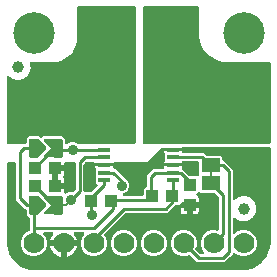
<source format=gbr>
G04 EAGLE Gerber RS-274X export*
G75*
%MOMM*%
%FSLAX34Y34*%
%LPD*%
%INTop Copper*%
%IPPOS*%
%AMOC8*
5,1,8,0,0,1.08239X$1,22.5*%
G01*
%ADD10R,1.000000X1.075000*%
%ADD11R,1.075000X1.000000*%
%ADD12C,3.516000*%
%ADD13C,1.000000*%
%ADD14C,0.381000*%
%ADD15C,2.184400*%
%ADD16R,0.990600X0.304800*%
%ADD17R,1.600200X1.168400*%
%ADD18R,0.203200X0.635000*%
%ADD19C,1.778000*%
%ADD20C,0.906400*%
%ADD21C,0.254000*%
%ADD22C,0.889000*%
%ADD23C,0.203200*%

G36*
X200728Y2552D02*
X200728Y2552D01*
X200818Y2553D01*
X200844Y2561D01*
X202193Y2541D01*
X202199Y2542D01*
X202212Y2541D01*
X202246Y2541D01*
X202266Y2543D01*
X202327Y2543D01*
X205802Y2766D01*
X205869Y2779D01*
X205939Y2782D01*
X206095Y2820D01*
X212740Y4872D01*
X212848Y4921D01*
X212959Y4963D01*
X213011Y4994D01*
X213030Y5003D01*
X213045Y5015D01*
X213096Y5047D01*
X218782Y9052D01*
X218869Y9132D01*
X218962Y9206D01*
X219002Y9252D01*
X219017Y9266D01*
X219028Y9283D01*
X219067Y9328D01*
X223236Y14894D01*
X223295Y14997D01*
X223360Y15096D01*
X223383Y15153D01*
X223393Y15170D01*
X223399Y15190D01*
X223422Y15245D01*
X225667Y21827D01*
X225681Y21895D01*
X225705Y21960D01*
X225730Y22119D01*
X226054Y25587D01*
X226053Y25608D01*
X226059Y25705D01*
X226059Y105664D01*
X226044Y105782D01*
X226037Y105901D01*
X226024Y105939D01*
X226019Y105980D01*
X225976Y106090D01*
X225939Y106203D01*
X225917Y106238D01*
X225902Y106275D01*
X225833Y106371D01*
X225769Y106472D01*
X225739Y106500D01*
X225716Y106533D01*
X225624Y106608D01*
X225537Y106690D01*
X225502Y106710D01*
X225471Y106735D01*
X225363Y106786D01*
X225259Y106844D01*
X225219Y106854D01*
X225183Y106871D01*
X225066Y106893D01*
X224951Y106923D01*
X224891Y106927D01*
X224871Y106931D01*
X224850Y106929D01*
X224790Y106933D01*
X152241Y106933D01*
X152123Y106918D01*
X152004Y106911D01*
X151966Y106898D01*
X151925Y106893D01*
X151815Y106850D01*
X151702Y106813D01*
X151667Y106791D01*
X151630Y106776D01*
X151534Y106707D01*
X151433Y106643D01*
X151405Y106613D01*
X151372Y106590D01*
X151296Y106498D01*
X151215Y106411D01*
X151195Y106376D01*
X151170Y106345D01*
X151119Y106237D01*
X151061Y106133D01*
X151058Y106119D01*
X143478Y106119D01*
X135641Y106119D01*
X135641Y106120D01*
X135533Y106208D01*
X135429Y106300D01*
X135411Y106310D01*
X135396Y106322D01*
X135270Y106381D01*
X135146Y106445D01*
X135126Y106449D01*
X135108Y106458D01*
X134972Y106484D01*
X134836Y106515D01*
X134815Y106514D01*
X134796Y106518D01*
X134657Y106509D01*
X134518Y106505D01*
X134498Y106499D01*
X134478Y106498D01*
X134346Y106455D01*
X134212Y106416D01*
X134195Y106406D01*
X134176Y106400D01*
X134059Y106326D01*
X133938Y106255D01*
X133917Y106236D01*
X133907Y106230D01*
X133893Y106215D01*
X133818Y106149D01*
X121648Y93979D01*
X93885Y93979D01*
X93767Y93964D01*
X93648Y93957D01*
X93610Y93944D01*
X93569Y93939D01*
X93459Y93896D01*
X93346Y93859D01*
X93311Y93837D01*
X93274Y93822D01*
X93178Y93753D01*
X93077Y93689D01*
X93049Y93659D01*
X93016Y93636D01*
X92940Y93544D01*
X92859Y93457D01*
X92839Y93422D01*
X92814Y93391D01*
X92763Y93283D01*
X92705Y93179D01*
X92695Y93139D01*
X92686Y93119D01*
X85122Y93119D01*
X77551Y93119D01*
X77545Y93136D01*
X77508Y93249D01*
X77486Y93284D01*
X77471Y93321D01*
X77401Y93418D01*
X77338Y93518D01*
X77308Y93546D01*
X77285Y93579D01*
X77193Y93654D01*
X77106Y93736D01*
X77071Y93756D01*
X77040Y93781D01*
X76932Y93832D01*
X76828Y93890D01*
X76789Y93900D01*
X76752Y93917D01*
X76635Y93939D01*
X76520Y93969D01*
X76460Y93973D01*
X76440Y93977D01*
X76419Y93975D01*
X76359Y93979D01*
X69580Y93979D01*
X69482Y93967D01*
X69382Y93964D01*
X69324Y93947D01*
X69264Y93939D01*
X69172Y93903D01*
X69077Y93875D01*
X69025Y93845D01*
X68968Y93822D01*
X68888Y93764D01*
X68803Y93714D01*
X68728Y93648D01*
X68711Y93636D01*
X68703Y93626D01*
X68682Y93607D01*
X68012Y92938D01*
X67952Y92860D01*
X67884Y92787D01*
X67855Y92734D01*
X67818Y92686D01*
X67778Y92596D01*
X67730Y92509D01*
X67715Y92450D01*
X67691Y92395D01*
X67676Y92297D01*
X67651Y92201D01*
X67645Y92101D01*
X67641Y92081D01*
X67643Y92068D01*
X67641Y92040D01*
X67641Y69828D01*
X67656Y69710D01*
X67663Y69591D01*
X67676Y69552D01*
X67681Y69512D01*
X67724Y69402D01*
X67761Y69288D01*
X67783Y69254D01*
X67798Y69217D01*
X67867Y69120D01*
X67931Y69020D01*
X67961Y68992D01*
X67984Y68959D01*
X68076Y68883D01*
X68163Y68802D01*
X68198Y68782D01*
X68229Y68756D01*
X68337Y68706D01*
X68441Y68648D01*
X68481Y68638D01*
X68517Y68621D01*
X68634Y68599D01*
X68749Y68569D01*
X68809Y68565D01*
X68829Y68561D01*
X68850Y68562D01*
X68910Y68559D01*
X73522Y68559D01*
X73620Y68571D01*
X73719Y68574D01*
X73777Y68591D01*
X73838Y68598D01*
X73930Y68635D01*
X74025Y68662D01*
X74077Y68693D01*
X74133Y68715D01*
X74213Y68774D01*
X74299Y68824D01*
X74374Y68890D01*
X74391Y68902D01*
X74398Y68912D01*
X74420Y68930D01*
X79157Y73668D01*
X79230Y73762D01*
X79309Y73851D01*
X79327Y73887D01*
X79352Y73919D01*
X79400Y74029D01*
X79454Y74135D01*
X79462Y74174D01*
X79479Y74211D01*
X79497Y74329D01*
X79523Y74445D01*
X79522Y74485D01*
X79528Y74525D01*
X79517Y74644D01*
X79514Y74763D01*
X79502Y74802D01*
X79499Y74842D01*
X79458Y74954D01*
X79425Y75068D01*
X79405Y75103D01*
X79391Y75141D01*
X79324Y75240D01*
X79264Y75342D01*
X79224Y75387D01*
X79212Y75404D01*
X79197Y75418D01*
X79157Y75463D01*
X78136Y76484D01*
X78136Y81220D01*
X78196Y81297D01*
X78275Y81386D01*
X78293Y81422D01*
X78318Y81454D01*
X78365Y81563D01*
X78419Y81669D01*
X78428Y81709D01*
X78444Y81746D01*
X78463Y81863D01*
X78489Y81979D01*
X78488Y82020D01*
X78494Y82060D01*
X78483Y82179D01*
X78479Y82297D01*
X78468Y82336D01*
X78464Y82376D01*
X78424Y82488D01*
X78391Y82603D01*
X78370Y82638D01*
X78357Y82676D01*
X78290Y82774D01*
X78229Y82877D01*
X78189Y82922D01*
X78178Y82939D01*
X78163Y82952D01*
X78136Y82982D01*
X78136Y87916D01*
X78153Y87954D01*
X78171Y88065D01*
X78196Y88175D01*
X78195Y88222D01*
X78203Y88268D01*
X78192Y88380D01*
X78190Y88493D01*
X78177Y88538D01*
X78173Y88585D01*
X78135Y88691D01*
X78105Y88799D01*
X78073Y88864D01*
X78066Y88884D01*
X78055Y88900D01*
X78033Y88944D01*
X77801Y89345D01*
X77628Y89992D01*
X77628Y90581D01*
X85122Y90581D01*
X92616Y90581D01*
X92616Y89922D01*
X92631Y89804D01*
X92638Y89685D01*
X92651Y89647D01*
X92656Y89606D01*
X92699Y89496D01*
X92736Y89383D01*
X92758Y89348D01*
X92773Y89311D01*
X92842Y89215D01*
X92906Y89114D01*
X92936Y89086D01*
X92959Y89053D01*
X93051Y88977D01*
X93138Y88896D01*
X93173Y88876D01*
X93204Y88851D01*
X93312Y88800D01*
X93416Y88742D01*
X93456Y88732D01*
X93492Y88715D01*
X93609Y88693D01*
X93724Y88663D01*
X93784Y88659D01*
X93804Y88655D01*
X93825Y88657D01*
X93885Y88653D01*
X94324Y88653D01*
X102597Y80380D01*
X102604Y80374D01*
X102610Y80367D01*
X102729Y80278D01*
X102848Y80185D01*
X102857Y80182D01*
X102864Y80176D01*
X103008Y80105D01*
X103777Y79787D01*
X105600Y77964D01*
X106586Y75584D01*
X106586Y73006D01*
X105600Y70626D01*
X103777Y68803D01*
X101776Y67975D01*
X101716Y67940D01*
X101651Y67914D01*
X101578Y67862D01*
X101500Y67817D01*
X101450Y67769D01*
X101394Y67728D01*
X101336Y67658D01*
X101272Y67596D01*
X101235Y67536D01*
X101191Y67483D01*
X101152Y67401D01*
X101105Y67325D01*
X101085Y67258D01*
X101055Y67195D01*
X101038Y67107D01*
X101012Y67021D01*
X101009Y66951D01*
X100995Y66882D01*
X101001Y66793D01*
X100997Y66703D01*
X101011Y66635D01*
X101015Y66565D01*
X101043Y66480D01*
X101061Y66392D01*
X101092Y66329D01*
X101113Y66263D01*
X101161Y66187D01*
X101201Y66106D01*
X101246Y66053D01*
X101283Y65994D01*
X101349Y65932D01*
X101407Y65864D01*
X101464Y65824D01*
X101515Y65776D01*
X101594Y65733D01*
X101667Y65681D01*
X101732Y65656D01*
X101793Y65622D01*
X101880Y65600D01*
X101964Y65568D01*
X102034Y65560D01*
X102101Y65543D01*
X102262Y65533D01*
X117316Y65533D01*
X117434Y65548D01*
X117553Y65555D01*
X117591Y65568D01*
X117632Y65573D01*
X117742Y65616D01*
X117855Y65653D01*
X117890Y65675D01*
X117927Y65690D01*
X118023Y65759D01*
X118124Y65823D01*
X118152Y65853D01*
X118185Y65876D01*
X118261Y65968D01*
X118342Y66055D01*
X118362Y66090D01*
X118387Y66121D01*
X118438Y66229D01*
X118496Y66333D01*
X118506Y66373D01*
X118523Y66409D01*
X118545Y66526D01*
X118575Y66641D01*
X118579Y66701D01*
X118583Y66721D01*
X118581Y66742D01*
X118585Y66802D01*
X118585Y71178D01*
X119776Y72369D01*
X119888Y72369D01*
X120006Y72384D01*
X120125Y72391D01*
X120163Y72403D01*
X120204Y72408D01*
X120314Y72452D01*
X120427Y72489D01*
X120462Y72511D01*
X120499Y72525D01*
X120595Y72595D01*
X120696Y72659D01*
X120724Y72689D01*
X120757Y72712D01*
X120833Y72804D01*
X120914Y72891D01*
X120934Y72926D01*
X120959Y72957D01*
X121010Y73065D01*
X121068Y73169D01*
X121078Y73208D01*
X121095Y73245D01*
X121117Y73362D01*
X121147Y73477D01*
X121151Y73537D01*
X121155Y73557D01*
X121153Y73578D01*
X121157Y73638D01*
X121157Y82648D01*
X124856Y86346D01*
X127162Y88653D01*
X134715Y88653D01*
X134833Y88668D01*
X134952Y88675D01*
X134990Y88688D01*
X135031Y88693D01*
X135141Y88736D01*
X135254Y88773D01*
X135289Y88795D01*
X135326Y88810D01*
X135422Y88879D01*
X135523Y88943D01*
X135551Y88973D01*
X135584Y88996D01*
X135660Y89088D01*
X135741Y89175D01*
X135761Y89210D01*
X135786Y89241D01*
X135837Y89349D01*
X135895Y89453D01*
X135905Y89493D01*
X135922Y89529D01*
X135944Y89646D01*
X135974Y89761D01*
X135978Y89821D01*
X135982Y89841D01*
X135980Y89862D01*
X135984Y89922D01*
X135984Y90581D01*
X143478Y90581D01*
X150972Y90581D01*
X150972Y89991D01*
X150929Y89834D01*
X150915Y89729D01*
X150892Y89626D01*
X150894Y89572D01*
X150886Y89519D01*
X150898Y89414D01*
X150902Y89308D01*
X150917Y89256D01*
X150923Y89203D01*
X150961Y89104D01*
X150990Y89003D01*
X151017Y88956D01*
X151037Y88906D01*
X151098Y88820D01*
X151152Y88729D01*
X151208Y88664D01*
X151221Y88647D01*
X151233Y88637D01*
X151258Y88608D01*
X157038Y82827D01*
X157117Y82767D01*
X157189Y82699D01*
X157242Y82670D01*
X157290Y82633D01*
X157381Y82593D01*
X157467Y82545D01*
X157526Y82530D01*
X157581Y82506D01*
X157679Y82491D01*
X157775Y82466D01*
X157875Y82460D01*
X157896Y82456D01*
X157908Y82458D01*
X157936Y82456D01*
X163542Y82456D01*
X163587Y82436D01*
X163693Y82382D01*
X163732Y82374D01*
X163769Y82357D01*
X163887Y82339D01*
X164003Y82313D01*
X164043Y82314D01*
X164083Y82308D01*
X164202Y82319D01*
X164321Y82322D01*
X164360Y82334D01*
X164400Y82337D01*
X164512Y82378D01*
X164626Y82411D01*
X164661Y82431D01*
X164699Y82445D01*
X164798Y82512D01*
X164900Y82572D01*
X164945Y82612D01*
X164962Y82624D01*
X164976Y82639D01*
X165021Y82679D01*
X165265Y82922D01*
X165338Y83017D01*
X165417Y83106D01*
X165435Y83142D01*
X165460Y83174D01*
X165507Y83283D01*
X165561Y83389D01*
X165570Y83428D01*
X165586Y83466D01*
X165605Y83583D01*
X165631Y83699D01*
X165630Y83740D01*
X165636Y83780D01*
X165625Y83898D01*
X165621Y84017D01*
X165610Y84056D01*
X165606Y84096D01*
X165566Y84209D01*
X165533Y84323D01*
X165512Y84357D01*
X165499Y84396D01*
X165432Y84494D01*
X165371Y84597D01*
X165331Y84642D01*
X165320Y84659D01*
X165305Y84672D01*
X165265Y84717D01*
X165226Y84756D01*
X165226Y93778D01*
X165211Y93896D01*
X165204Y94015D01*
X165191Y94053D01*
X165186Y94094D01*
X165143Y94204D01*
X165106Y94317D01*
X165084Y94352D01*
X165069Y94389D01*
X165000Y94485D01*
X164936Y94586D01*
X164906Y94614D01*
X164883Y94647D01*
X164791Y94723D01*
X164704Y94804D01*
X164669Y94824D01*
X164638Y94849D01*
X164530Y94900D01*
X164426Y94958D01*
X164386Y94968D01*
X164350Y94985D01*
X164233Y95007D01*
X164118Y95037D01*
X164058Y95041D01*
X164038Y95045D01*
X164017Y95043D01*
X163957Y95047D01*
X152241Y95047D01*
X152123Y95032D01*
X152004Y95025D01*
X151966Y95012D01*
X151925Y95007D01*
X151815Y94964D01*
X151702Y94927D01*
X151667Y94905D01*
X151630Y94890D01*
X151534Y94821D01*
X151433Y94757D01*
X151405Y94727D01*
X151372Y94704D01*
X151296Y94612D01*
X151215Y94525D01*
X151195Y94490D01*
X151170Y94459D01*
X151119Y94351D01*
X151061Y94247D01*
X151051Y94207D01*
X151034Y94171D01*
X151012Y94054D01*
X150982Y93939D01*
X150978Y93879D01*
X150974Y93859D01*
X150976Y93838D01*
X150972Y93778D01*
X150972Y93119D01*
X143478Y93119D01*
X135984Y93119D01*
X135984Y93708D01*
X136157Y94355D01*
X136389Y94756D01*
X136433Y94860D01*
X136484Y94960D01*
X136494Y95006D01*
X136513Y95050D01*
X136529Y95161D01*
X136554Y95271D01*
X136552Y95318D01*
X136559Y95364D01*
X136547Y95476D01*
X136544Y95589D01*
X136531Y95634D01*
X136526Y95681D01*
X136492Y95771D01*
X136492Y100916D01*
X136509Y100954D01*
X136527Y101065D01*
X136552Y101175D01*
X136551Y101222D01*
X136559Y101268D01*
X136548Y101380D01*
X136546Y101493D01*
X136533Y101538D01*
X136529Y101585D01*
X136491Y101691D01*
X136461Y101799D01*
X136429Y101864D01*
X136422Y101884D01*
X136411Y101900D01*
X136389Y101944D01*
X136157Y102345D01*
X135984Y102992D01*
X135984Y103581D01*
X143478Y103581D01*
X150972Y103581D01*
X150972Y102922D01*
X150987Y102804D01*
X150994Y102685D01*
X151007Y102647D01*
X151012Y102606D01*
X151055Y102496D01*
X151092Y102383D01*
X151114Y102348D01*
X151129Y102311D01*
X151198Y102215D01*
X151262Y102114D01*
X151292Y102086D01*
X151315Y102053D01*
X151407Y101977D01*
X151494Y101896D01*
X151529Y101876D01*
X151560Y101851D01*
X151668Y101800D01*
X151772Y101742D01*
X151812Y101732D01*
X151848Y101715D01*
X151965Y101693D01*
X152080Y101663D01*
X152140Y101659D01*
X152160Y101655D01*
X152181Y101657D01*
X152241Y101653D01*
X169718Y101653D01*
X171684Y99686D01*
X171763Y99626D01*
X171835Y99558D01*
X171888Y99529D01*
X171936Y99492D01*
X172027Y99452D01*
X172113Y99404D01*
X172172Y99389D01*
X172227Y99365D01*
X172325Y99350D01*
X172421Y99325D01*
X172521Y99319D01*
X172542Y99315D01*
X172554Y99317D01*
X172582Y99315D01*
X184103Y99315D01*
X185294Y98124D01*
X185294Y96012D01*
X185309Y95894D01*
X185316Y95775D01*
X185329Y95737D01*
X185334Y95696D01*
X185377Y95586D01*
X185414Y95473D01*
X185436Y95438D01*
X185451Y95401D01*
X185520Y95305D01*
X185584Y95204D01*
X185614Y95176D01*
X185637Y95143D01*
X185729Y95067D01*
X185816Y94986D01*
X185851Y94966D01*
X185882Y94941D01*
X185990Y94890D01*
X186094Y94832D01*
X186134Y94822D01*
X186170Y94805D01*
X186287Y94783D01*
X186402Y94753D01*
X186462Y94749D01*
X186482Y94745D01*
X186503Y94747D01*
X186563Y94743D01*
X186788Y94743D01*
X193803Y87728D01*
X193803Y63660D01*
X193806Y63631D01*
X193804Y63602D01*
X193826Y63474D01*
X193843Y63344D01*
X193853Y63317D01*
X193858Y63289D01*
X193912Y63170D01*
X193960Y63048D01*
X193976Y63025D01*
X193988Y62999D01*
X194070Y62897D01*
X194146Y62791D01*
X194169Y62773D01*
X194186Y62750D01*
X194291Y62672D01*
X194391Y62588D01*
X194417Y62576D01*
X194440Y62559D01*
X194561Y62508D01*
X194679Y62453D01*
X194707Y62447D01*
X194734Y62436D01*
X194863Y62417D01*
X194991Y62393D01*
X195020Y62395D01*
X195048Y62390D01*
X195179Y62404D01*
X195309Y62413D01*
X195336Y62421D01*
X195365Y62424D01*
X195487Y62470D01*
X195611Y62511D01*
X195636Y62526D01*
X195663Y62536D01*
X195800Y62620D01*
X196271Y62950D01*
X196294Y62970D01*
X196320Y62985D01*
X196440Y63092D01*
X196589Y63240D01*
X196624Y63254D01*
X196762Y63306D01*
X196776Y63314D01*
X196783Y63317D01*
X196795Y63326D01*
X196899Y63390D01*
X197343Y63700D01*
X197412Y63762D01*
X197475Y63808D01*
X197507Y63847D01*
X197564Y63896D01*
X197570Y63906D01*
X197579Y63914D01*
X197600Y63946D01*
X197780Y64030D01*
X197806Y64046D01*
X197834Y64057D01*
X197972Y64141D01*
X198144Y64261D01*
X198182Y64269D01*
X198326Y64296D01*
X198341Y64301D01*
X198348Y64303D01*
X198362Y64310D01*
X198476Y64354D01*
X198967Y64583D01*
X199092Y64662D01*
X199218Y64738D01*
X199226Y64746D01*
X199236Y64753D01*
X199262Y64780D01*
X199454Y64832D01*
X199482Y64843D01*
X199512Y64849D01*
X199662Y64908D01*
X199852Y64996D01*
X199891Y64997D01*
X200038Y64999D01*
X200053Y65002D01*
X200061Y65002D01*
X200076Y65006D01*
X200195Y65030D01*
X200719Y65171D01*
X200855Y65226D01*
X200993Y65280D01*
X201002Y65286D01*
X201013Y65291D01*
X201044Y65314D01*
X201242Y65331D01*
X201272Y65337D01*
X201302Y65338D01*
X201460Y65369D01*
X201663Y65424D01*
X201700Y65418D01*
X201846Y65394D01*
X201861Y65394D01*
X201869Y65393D01*
X201885Y65395D01*
X202006Y65398D01*
X202546Y65445D01*
X202690Y65476D01*
X202835Y65505D01*
X202845Y65510D01*
X202857Y65512D01*
X202891Y65529D01*
X203089Y65512D01*
X203120Y65513D01*
X203150Y65508D01*
X203311Y65512D01*
X203520Y65530D01*
X203556Y65518D01*
X203695Y65469D01*
X203710Y65467D01*
X203717Y65464D01*
X203733Y65463D01*
X203854Y65445D01*
X204394Y65398D01*
X204540Y65403D01*
X204688Y65406D01*
X204700Y65409D01*
X204711Y65410D01*
X204748Y65421D01*
X204940Y65369D01*
X204970Y65365D01*
X204999Y65355D01*
X205158Y65331D01*
X205367Y65313D01*
X205401Y65294D01*
X205529Y65222D01*
X205544Y65217D01*
X205550Y65213D01*
X205566Y65210D01*
X205681Y65171D01*
X206205Y65030D01*
X206350Y65010D01*
X206496Y64988D01*
X206508Y64989D01*
X206520Y64987D01*
X206557Y64992D01*
X206738Y64908D01*
X206767Y64898D01*
X206793Y64883D01*
X206946Y64832D01*
X207149Y64778D01*
X207178Y64754D01*
X207292Y64660D01*
X207306Y64653D01*
X207312Y64648D01*
X207326Y64642D01*
X207433Y64583D01*
X207924Y64354D01*
X208065Y64309D01*
X208204Y64262D01*
X208216Y64261D01*
X208227Y64257D01*
X208265Y64255D01*
X208428Y64141D01*
X208455Y64127D01*
X208478Y64107D01*
X208620Y64030D01*
X208803Y63945D01*
X208815Y63926D01*
X208863Y63881D01*
X208931Y63801D01*
X208943Y63791D01*
X208948Y63785D01*
X208962Y63777D01*
X209041Y63713D01*
X209046Y63708D01*
X209049Y63706D01*
X209057Y63700D01*
X209501Y63390D01*
X209631Y63321D01*
X209760Y63250D01*
X209771Y63247D01*
X209782Y63241D01*
X209819Y63233D01*
X209960Y63092D01*
X209984Y63073D01*
X210003Y63050D01*
X210129Y62950D01*
X210301Y62829D01*
X210321Y62797D01*
X210396Y62670D01*
X210406Y62658D01*
X210410Y62652D01*
X210421Y62641D01*
X210502Y62549D01*
X210885Y62166D01*
X211003Y62075D01*
X211116Y61983D01*
X211127Y61978D01*
X211137Y61971D01*
X211171Y61956D01*
X211286Y61793D01*
X211306Y61771D01*
X211321Y61744D01*
X211428Y61624D01*
X211576Y61475D01*
X211590Y61440D01*
X211642Y61302D01*
X211650Y61288D01*
X211653Y61281D01*
X211662Y61269D01*
X211726Y61165D01*
X212036Y60721D01*
X212136Y60611D01*
X212232Y60500D01*
X212242Y60494D01*
X212250Y60485D01*
X212282Y60464D01*
X212366Y60284D01*
X212382Y60258D01*
X212393Y60230D01*
X212477Y60092D01*
X212597Y59920D01*
X212605Y59882D01*
X212632Y59738D01*
X212637Y59723D01*
X212639Y59716D01*
X212646Y59702D01*
X212690Y59588D01*
X212919Y59097D01*
X212998Y58972D01*
X213074Y58846D01*
X213082Y58838D01*
X213089Y58828D01*
X213116Y58802D01*
X213168Y58610D01*
X213179Y58582D01*
X213185Y58552D01*
X213244Y58402D01*
X213332Y58212D01*
X213333Y58173D01*
X213335Y58026D01*
X213338Y58011D01*
X213338Y58003D01*
X213342Y57988D01*
X213366Y57869D01*
X213507Y57345D01*
X213563Y57208D01*
X213616Y57071D01*
X213622Y57062D01*
X213627Y57051D01*
X213650Y57020D01*
X213667Y56822D01*
X213673Y56792D01*
X213674Y56762D01*
X213705Y56604D01*
X213760Y56401D01*
X213754Y56364D01*
X213730Y56218D01*
X213730Y56203D01*
X213729Y56195D01*
X213731Y56179D01*
X213734Y56058D01*
X213781Y55518D01*
X213812Y55373D01*
X213841Y55229D01*
X213846Y55219D01*
X213848Y55207D01*
X213865Y55173D01*
X213848Y54975D01*
X213849Y54944D01*
X213844Y54914D01*
X213848Y54753D01*
X213866Y54544D01*
X213854Y54508D01*
X213805Y54369D01*
X213803Y54354D01*
X213800Y54347D01*
X213799Y54331D01*
X213781Y54210D01*
X213734Y53670D01*
X213739Y53524D01*
X213742Y53376D01*
X213745Y53364D01*
X213746Y53353D01*
X213757Y53316D01*
X213705Y53124D01*
X213701Y53094D01*
X213691Y53065D01*
X213667Y52906D01*
X213649Y52704D01*
X213629Y52661D01*
X213558Y52535D01*
X213553Y52520D01*
X213549Y52514D01*
X213546Y52498D01*
X213528Y52447D01*
X213522Y52434D01*
X213520Y52422D01*
X213507Y52383D01*
X213366Y51859D01*
X213346Y51714D01*
X213324Y51568D01*
X213325Y51556D01*
X213323Y51544D01*
X213328Y51507D01*
X213244Y51326D01*
X213234Y51297D01*
X213219Y51271D01*
X213187Y51176D01*
X213182Y51165D01*
X213180Y51155D01*
X213168Y51118D01*
X213114Y50915D01*
X213090Y50886D01*
X212996Y50772D01*
X212989Y50758D01*
X212984Y50752D01*
X212978Y50738D01*
X212919Y50631D01*
X212690Y50140D01*
X212645Y49999D01*
X212598Y49860D01*
X212597Y49848D01*
X212593Y49837D01*
X212591Y49799D01*
X212477Y49636D01*
X212463Y49609D01*
X212443Y49586D01*
X212366Y49444D01*
X212277Y49254D01*
X212249Y49229D01*
X212137Y49133D01*
X212127Y49121D01*
X212121Y49116D01*
X212113Y49102D01*
X212036Y49007D01*
X211726Y48563D01*
X211657Y48433D01*
X211586Y48304D01*
X211583Y48293D01*
X211577Y48282D01*
X211569Y48245D01*
X211428Y48104D01*
X211409Y48080D01*
X211386Y48061D01*
X211286Y47935D01*
X211165Y47763D01*
X211133Y47743D01*
X211006Y47668D01*
X210994Y47658D01*
X210988Y47654D01*
X210977Y47643D01*
X210885Y47562D01*
X210502Y47179D01*
X210411Y47061D01*
X210319Y46948D01*
X210314Y46937D01*
X210307Y46927D01*
X210292Y46893D01*
X210129Y46778D01*
X210107Y46758D01*
X210080Y46743D01*
X209960Y46636D01*
X209811Y46488D01*
X209776Y46474D01*
X209638Y46422D01*
X209624Y46414D01*
X209617Y46411D01*
X209605Y46402D01*
X209501Y46338D01*
X209057Y46028D01*
X208947Y45928D01*
X208836Y45832D01*
X208830Y45822D01*
X208821Y45814D01*
X208800Y45782D01*
X208620Y45698D01*
X208594Y45682D01*
X208566Y45671D01*
X208428Y45587D01*
X208256Y45467D01*
X208218Y45459D01*
X208074Y45432D01*
X208059Y45427D01*
X208052Y45425D01*
X208038Y45418D01*
X207924Y45374D01*
X207433Y45145D01*
X207308Y45066D01*
X207182Y44990D01*
X207174Y44982D01*
X207164Y44975D01*
X207138Y44948D01*
X206946Y44896D01*
X206918Y44885D01*
X206888Y44879D01*
X206738Y44820D01*
X206548Y44732D01*
X206509Y44731D01*
X206362Y44729D01*
X206347Y44726D01*
X206339Y44726D01*
X206324Y44722D01*
X206205Y44698D01*
X205681Y44557D01*
X205545Y44502D01*
X205407Y44448D01*
X205398Y44442D01*
X205387Y44437D01*
X205356Y44414D01*
X205158Y44397D01*
X205128Y44391D01*
X205098Y44390D01*
X204940Y44359D01*
X204737Y44304D01*
X204699Y44310D01*
X204554Y44334D01*
X204539Y44334D01*
X204531Y44335D01*
X204515Y44333D01*
X204393Y44330D01*
X203854Y44283D01*
X203710Y44252D01*
X203565Y44223D01*
X203554Y44218D01*
X203543Y44216D01*
X203509Y44199D01*
X203311Y44216D01*
X203280Y44215D01*
X203250Y44220D01*
X203089Y44216D01*
X202880Y44198D01*
X202844Y44210D01*
X202705Y44259D01*
X202690Y44261D01*
X202682Y44264D01*
X202666Y44265D01*
X202546Y44283D01*
X202007Y44330D01*
X201859Y44325D01*
X201712Y44322D01*
X201700Y44319D01*
X201689Y44318D01*
X201652Y44307D01*
X201460Y44359D01*
X201430Y44363D01*
X201401Y44373D01*
X201242Y44397D01*
X201033Y44415D01*
X200999Y44434D01*
X200871Y44506D01*
X200856Y44511D01*
X200850Y44515D01*
X200834Y44518D01*
X200719Y44557D01*
X200195Y44698D01*
X200050Y44718D01*
X199904Y44740D01*
X199892Y44739D01*
X199880Y44741D01*
X199842Y44736D01*
X199662Y44820D01*
X199633Y44830D01*
X199607Y44845D01*
X199454Y44896D01*
X199251Y44950D01*
X199222Y44974D01*
X199108Y45068D01*
X199094Y45075D01*
X199088Y45080D01*
X199074Y45086D01*
X198967Y45145D01*
X198476Y45374D01*
X198335Y45419D01*
X198196Y45466D01*
X198184Y45467D01*
X198173Y45471D01*
X198135Y45473D01*
X197972Y45587D01*
X197945Y45601D01*
X197922Y45621D01*
X197780Y45698D01*
X197590Y45787D01*
X197565Y45815D01*
X197469Y45927D01*
X197457Y45937D01*
X197452Y45943D01*
X197438Y45951D01*
X197343Y46028D01*
X196899Y46338D01*
X196769Y46407D01*
X196640Y46478D01*
X196629Y46481D01*
X196618Y46487D01*
X196581Y46495D01*
X196440Y46636D01*
X196416Y46655D01*
X196397Y46678D01*
X196271Y46778D01*
X195800Y47108D01*
X195775Y47122D01*
X195753Y47140D01*
X195634Y47195D01*
X195519Y47257D01*
X195491Y47263D01*
X195465Y47275D01*
X195336Y47300D01*
X195209Y47330D01*
X195181Y47330D01*
X195152Y47335D01*
X195022Y47327D01*
X194891Y47325D01*
X194864Y47317D01*
X194835Y47315D01*
X194711Y47275D01*
X194585Y47240D01*
X194560Y47226D01*
X194533Y47217D01*
X194422Y47147D01*
X194309Y47083D01*
X194288Y47063D01*
X194264Y47047D01*
X194174Y46952D01*
X194081Y46861D01*
X194066Y46837D01*
X194046Y46816D01*
X193983Y46701D01*
X193915Y46590D01*
X193906Y46562D01*
X193892Y46537D01*
X193860Y46410D01*
X193821Y46286D01*
X193820Y46257D01*
X193813Y46229D01*
X193803Y46068D01*
X193803Y34514D01*
X193820Y34376D01*
X193833Y34238D01*
X193840Y34219D01*
X193843Y34198D01*
X193894Y34069D01*
X193941Y33938D01*
X193952Y33922D01*
X193960Y33903D01*
X194041Y33791D01*
X194119Y33675D01*
X194135Y33662D01*
X194146Y33645D01*
X194254Y33556D01*
X194358Y33465D01*
X194376Y33456D01*
X194391Y33443D01*
X194517Y33383D01*
X194641Y33320D01*
X194661Y33316D01*
X194679Y33307D01*
X194816Y33281D01*
X194951Y33251D01*
X194972Y33251D01*
X194991Y33247D01*
X195130Y33256D01*
X195269Y33260D01*
X195289Y33266D01*
X195309Y33267D01*
X195441Y33310D01*
X195575Y33349D01*
X195592Y33359D01*
X195611Y33365D01*
X195729Y33440D01*
X195849Y33510D01*
X195870Y33529D01*
X195880Y33535D01*
X195894Y33550D01*
X195969Y33617D01*
X197013Y34660D01*
X201027Y36323D01*
X205373Y36323D01*
X209387Y34660D01*
X212460Y31587D01*
X214123Y27573D01*
X214123Y23227D01*
X212460Y19213D01*
X209387Y16140D01*
X205373Y14477D01*
X201027Y14477D01*
X197013Y16140D01*
X195969Y17183D01*
X195860Y17268D01*
X195753Y17357D01*
X195734Y17366D01*
X195718Y17378D01*
X195591Y17434D01*
X195465Y17493D01*
X195445Y17497D01*
X195426Y17505D01*
X195288Y17527D01*
X195152Y17553D01*
X195132Y17551D01*
X195112Y17555D01*
X194973Y17542D01*
X194835Y17533D01*
X194816Y17527D01*
X194796Y17525D01*
X194664Y17478D01*
X194533Y17435D01*
X194515Y17424D01*
X194496Y17417D01*
X194381Y17339D01*
X194264Y17265D01*
X194250Y17250D01*
X194233Y17239D01*
X194141Y17135D01*
X194046Y17033D01*
X194036Y17015D01*
X194023Y17000D01*
X193960Y16876D01*
X193892Y16755D01*
X193887Y16735D01*
X193878Y16717D01*
X193848Y16581D01*
X193813Y16447D01*
X193811Y16421D01*
X191497Y14106D01*
X191496Y14106D01*
X186788Y9397D01*
X163732Y9397D01*
X158057Y15072D01*
X158033Y15091D01*
X158014Y15113D01*
X157908Y15188D01*
X157806Y15267D01*
X157778Y15279D01*
X157754Y15296D01*
X157633Y15342D01*
X157514Y15394D01*
X157485Y15398D01*
X157457Y15409D01*
X157328Y15423D01*
X157200Y15444D01*
X157170Y15441D01*
X157141Y15444D01*
X157012Y15426D01*
X156883Y15414D01*
X156855Y15404D01*
X156826Y15400D01*
X156674Y15348D01*
X154573Y14477D01*
X150227Y14477D01*
X146213Y16140D01*
X143140Y19213D01*
X141477Y23227D01*
X141477Y27573D01*
X143140Y31587D01*
X146213Y34660D01*
X150227Y36323D01*
X154573Y36323D01*
X158587Y34660D01*
X161660Y31587D01*
X163323Y27573D01*
X163323Y23227D01*
X162452Y21126D01*
X162445Y21098D01*
X162431Y21072D01*
X162403Y20945D01*
X162369Y20820D01*
X162368Y20790D01*
X162362Y20761D01*
X162366Y20632D01*
X162363Y20502D01*
X162370Y20473D01*
X162371Y20443D01*
X162407Y20319D01*
X162438Y20192D01*
X162451Y20166D01*
X162460Y20138D01*
X162526Y20026D01*
X162586Y19911D01*
X162606Y19889D01*
X162621Y19864D01*
X162728Y19743D01*
X166096Y16374D01*
X166175Y16314D01*
X166247Y16246D01*
X166300Y16217D01*
X166348Y16180D01*
X166439Y16140D01*
X166525Y16092D01*
X166584Y16077D01*
X166639Y16053D01*
X166737Y16038D01*
X166833Y16013D01*
X166933Y16007D01*
X166954Y16003D01*
X166966Y16005D01*
X166994Y16003D01*
X168686Y16003D01*
X168824Y16020D01*
X168962Y16033D01*
X168981Y16040D01*
X169002Y16043D01*
X169131Y16094D01*
X169262Y16141D01*
X169278Y16152D01*
X169297Y16160D01*
X169409Y16241D01*
X169525Y16319D01*
X169538Y16335D01*
X169555Y16346D01*
X169643Y16454D01*
X169735Y16558D01*
X169744Y16576D01*
X169757Y16591D01*
X169816Y16717D01*
X169880Y16841D01*
X169884Y16861D01*
X169893Y16879D01*
X169919Y17016D01*
X169949Y17151D01*
X169949Y17172D01*
X169953Y17191D01*
X169944Y17330D01*
X169940Y17469D01*
X169934Y17489D01*
X169933Y17509D01*
X169890Y17641D01*
X169851Y17775D01*
X169841Y17792D01*
X169835Y17811D01*
X169761Y17929D01*
X169690Y18049D01*
X169671Y18070D01*
X169665Y18080D01*
X169650Y18094D01*
X169583Y18169D01*
X168540Y19213D01*
X166877Y23227D01*
X166877Y27573D01*
X168540Y31587D01*
X171613Y34660D01*
X175627Y36323D01*
X179973Y36323D01*
X180362Y36161D01*
X180410Y36148D01*
X180455Y36127D01*
X180563Y36106D01*
X180669Y36077D01*
X180719Y36077D01*
X180768Y36067D01*
X180877Y36074D01*
X180987Y36072D01*
X181035Y36084D01*
X181085Y36087D01*
X181189Y36121D01*
X181296Y36146D01*
X181340Y36170D01*
X181387Y36185D01*
X181480Y36244D01*
X181577Y36295D01*
X181614Y36329D01*
X181656Y36355D01*
X181731Y36435D01*
X181813Y36509D01*
X181840Y36551D01*
X181874Y36587D01*
X181927Y36683D01*
X181987Y36775D01*
X182004Y36822D01*
X182028Y36865D01*
X182055Y36972D01*
X182091Y37076D01*
X182095Y37125D01*
X182107Y37173D01*
X182117Y37334D01*
X182117Y64146D01*
X182105Y64244D01*
X182102Y64343D01*
X182085Y64402D01*
X182077Y64462D01*
X182041Y64554D01*
X182013Y64649D01*
X181983Y64701D01*
X181960Y64757D01*
X181902Y64837D01*
X181852Y64923D01*
X181786Y64998D01*
X181774Y65015D01*
X181764Y65023D01*
X181746Y65044D01*
X178836Y67954D01*
X178757Y68014D01*
X178685Y68082D01*
X178632Y68111D01*
X178584Y68148D01*
X178493Y68188D01*
X178407Y68236D01*
X178348Y68251D01*
X178293Y68275D01*
X178195Y68290D01*
X178099Y68315D01*
X177999Y68321D01*
X177978Y68325D01*
X177966Y68323D01*
X177938Y68325D01*
X166417Y68325D01*
X166173Y68569D01*
X166079Y68642D01*
X165990Y68721D01*
X165954Y68739D01*
X165922Y68764D01*
X165812Y68812D01*
X165706Y68866D01*
X165667Y68874D01*
X165630Y68891D01*
X165512Y68909D01*
X165396Y68935D01*
X165356Y68934D01*
X165316Y68940D01*
X165197Y68929D01*
X165078Y68926D01*
X165039Y68914D01*
X164999Y68911D01*
X164887Y68870D01*
X164773Y68837D01*
X164738Y68817D01*
X164700Y68803D01*
X164601Y68736D01*
X164499Y68676D01*
X164454Y68636D01*
X164437Y68624D01*
X164423Y68609D01*
X164378Y68569D01*
X163497Y67688D01*
X163420Y67589D01*
X163337Y67494D01*
X163322Y67463D01*
X163302Y67437D01*
X163252Y67321D01*
X163196Y67209D01*
X163189Y67176D01*
X163175Y67145D01*
X163156Y67021D01*
X163129Y66898D01*
X163131Y66864D01*
X163126Y66831D01*
X163137Y66705D01*
X163143Y66580D01*
X163152Y66548D01*
X163155Y66514D01*
X163198Y66396D01*
X163234Y66275D01*
X163252Y66247D01*
X163263Y66215D01*
X163334Y66111D01*
X163399Y66003D01*
X163423Y65980D01*
X163442Y65952D01*
X163536Y65869D01*
X163626Y65780D01*
X163666Y65753D01*
X163680Y65741D01*
X163699Y65731D01*
X163760Y65691D01*
X164167Y65456D01*
X164640Y64983D01*
X164975Y64404D01*
X165148Y63757D01*
X165148Y60547D01*
X158837Y60547D01*
X158719Y60532D01*
X158600Y60525D01*
X158562Y60512D01*
X158522Y60507D01*
X158411Y60464D01*
X158298Y60427D01*
X158264Y60405D01*
X158226Y60390D01*
X158130Y60321D01*
X158029Y60257D01*
X158001Y60227D01*
X157969Y60204D01*
X157893Y60112D01*
X157811Y60025D01*
X157792Y59990D01*
X157766Y59959D01*
X157715Y59851D01*
X157658Y59747D01*
X157648Y59707D01*
X157630Y59671D01*
X157610Y59564D01*
X157606Y59594D01*
X157562Y59704D01*
X157526Y59817D01*
X157504Y59852D01*
X157489Y59889D01*
X157419Y59985D01*
X157356Y60086D01*
X157326Y60114D01*
X157302Y60147D01*
X157211Y60223D01*
X157124Y60304D01*
X157089Y60324D01*
X157057Y60349D01*
X156950Y60400D01*
X156845Y60458D01*
X156806Y60468D01*
X156770Y60485D01*
X156653Y60507D01*
X156537Y60537D01*
X156477Y60541D01*
X156457Y60545D01*
X156437Y60543D01*
X156377Y60547D01*
X151670Y60547D01*
X151552Y60532D01*
X151433Y60525D01*
X151395Y60512D01*
X151354Y60507D01*
X151244Y60464D01*
X151131Y60427D01*
X151096Y60405D01*
X151059Y60390D01*
X150963Y60321D01*
X150862Y60257D01*
X150834Y60227D01*
X150801Y60204D01*
X150725Y60112D01*
X150644Y60025D01*
X150624Y59990D01*
X150599Y59959D01*
X150548Y59851D01*
X150490Y59747D01*
X150480Y59707D01*
X150463Y59671D01*
X150441Y59554D01*
X150434Y59527D01*
X149210Y58303D01*
X146050Y58303D01*
X145951Y58291D01*
X145852Y58288D01*
X145794Y58271D01*
X145734Y58263D01*
X145642Y58227D01*
X145547Y58199D01*
X145495Y58169D01*
X145438Y58146D01*
X145358Y58088D01*
X145273Y58038D01*
X145198Y57971D01*
X145181Y57959D01*
X145173Y57950D01*
X145152Y57931D01*
X138528Y51307D01*
X103494Y51307D01*
X103396Y51295D01*
X103297Y51292D01*
X103238Y51275D01*
X103178Y51267D01*
X103086Y51231D01*
X102991Y51203D01*
X102939Y51173D01*
X102883Y51150D01*
X102803Y51092D01*
X102717Y51042D01*
X102642Y50976D01*
X102625Y50964D01*
X102617Y50954D01*
X102596Y50936D01*
X85251Y33591D01*
X85178Y33496D01*
X85100Y33407D01*
X85081Y33371D01*
X85056Y33339D01*
X85009Y33230D01*
X84955Y33124D01*
X84946Y33085D01*
X84930Y33048D01*
X84911Y32930D01*
X84885Y32814D01*
X84887Y32773D01*
X84880Y32733D01*
X84891Y32615D01*
X84895Y32496D01*
X84906Y32457D01*
X84910Y32417D01*
X84950Y32305D01*
X84983Y32190D01*
X85004Y32155D01*
X85018Y32118D01*
X85084Y32019D01*
X85145Y31916D01*
X85185Y31871D01*
X85196Y31854D01*
X85212Y31841D01*
X85251Y31796D01*
X85460Y31587D01*
X87123Y27573D01*
X87123Y23227D01*
X85460Y19213D01*
X82387Y16140D01*
X78373Y14477D01*
X74027Y14477D01*
X70013Y16140D01*
X66940Y19213D01*
X65277Y23227D01*
X65277Y27573D01*
X66940Y31587D01*
X67983Y32631D01*
X68068Y32740D01*
X68157Y32847D01*
X68166Y32866D01*
X68178Y32882D01*
X68234Y33009D01*
X68293Y33135D01*
X68297Y33155D01*
X68305Y33174D01*
X68327Y33312D01*
X68353Y33448D01*
X68351Y33468D01*
X68355Y33488D01*
X68342Y33627D01*
X68333Y33765D01*
X68327Y33784D01*
X68325Y33804D01*
X68278Y33936D01*
X68235Y34067D01*
X68224Y34085D01*
X68217Y34104D01*
X68139Y34219D01*
X68065Y34336D01*
X68050Y34350D01*
X68039Y34367D01*
X67935Y34459D01*
X67833Y34554D01*
X67815Y34564D01*
X67800Y34577D01*
X67676Y34640D01*
X67555Y34708D01*
X67535Y34713D01*
X67517Y34722D01*
X67381Y34752D01*
X67247Y34787D01*
X67219Y34789D01*
X67207Y34792D01*
X67186Y34791D01*
X67086Y34797D01*
X60593Y34797D01*
X60553Y34792D01*
X60513Y34795D01*
X60396Y34772D01*
X60277Y34757D01*
X60240Y34743D01*
X60201Y34735D01*
X60093Y34684D01*
X59981Y34640D01*
X59949Y34617D01*
X59913Y34600D01*
X59821Y34524D01*
X59724Y34454D01*
X59699Y34423D01*
X59668Y34398D01*
X59598Y34301D01*
X59521Y34209D01*
X59504Y34173D01*
X59481Y34140D01*
X59437Y34029D01*
X59386Y33921D01*
X59378Y33882D01*
X59364Y33845D01*
X59348Y33726D01*
X59326Y33609D01*
X59328Y33569D01*
X59323Y33529D01*
X59338Y33411D01*
X59346Y33291D01*
X59358Y33253D01*
X59363Y33214D01*
X59407Y33102D01*
X59444Y32989D01*
X59465Y32955D01*
X59480Y32918D01*
X59566Y32782D01*
X60576Y31391D01*
X61393Y29788D01*
X61949Y28077D01*
X61977Y27899D01*
X52030Y27899D01*
X51912Y27884D01*
X51793Y27877D01*
X51755Y27864D01*
X51715Y27859D01*
X51604Y27816D01*
X51491Y27779D01*
X51457Y27757D01*
X51419Y27742D01*
X51323Y27673D01*
X51222Y27609D01*
X51194Y27579D01*
X51162Y27556D01*
X51086Y27464D01*
X51004Y27377D01*
X50985Y27342D01*
X50959Y27311D01*
X50908Y27203D01*
X50851Y27099D01*
X50841Y27059D01*
X50823Y27023D01*
X50803Y26916D01*
X50799Y26946D01*
X50755Y27056D01*
X50719Y27169D01*
X50697Y27204D01*
X50682Y27241D01*
X50612Y27337D01*
X50549Y27438D01*
X50519Y27466D01*
X50495Y27499D01*
X50404Y27575D01*
X50317Y27656D01*
X50282Y27676D01*
X50250Y27701D01*
X50143Y27752D01*
X50038Y27810D01*
X49999Y27820D01*
X49963Y27837D01*
X49846Y27859D01*
X49730Y27889D01*
X49670Y27893D01*
X49650Y27897D01*
X49630Y27895D01*
X49570Y27899D01*
X39623Y27899D01*
X39651Y28077D01*
X40207Y29788D01*
X41024Y31391D01*
X42034Y32782D01*
X42053Y32817D01*
X42079Y32847D01*
X42130Y32956D01*
X42187Y33061D01*
X42197Y33099D01*
X42214Y33135D01*
X42237Y33252D01*
X42267Y33369D01*
X42267Y33409D01*
X42274Y33448D01*
X42267Y33567D01*
X42267Y33687D01*
X42257Y33725D01*
X42254Y33765D01*
X42217Y33879D01*
X42188Y33995D01*
X42169Y34030D01*
X42156Y34067D01*
X42092Y34169D01*
X42035Y34273D01*
X42007Y34302D01*
X41986Y34336D01*
X41899Y34418D01*
X41817Y34505D01*
X41783Y34527D01*
X41754Y34554D01*
X41650Y34612D01*
X41549Y34676D01*
X41511Y34688D01*
X41476Y34708D01*
X41360Y34737D01*
X41246Y34775D01*
X41207Y34777D01*
X41168Y34787D01*
X41007Y34797D01*
X34514Y34797D01*
X34376Y34780D01*
X34238Y34767D01*
X34219Y34760D01*
X34198Y34757D01*
X34069Y34706D01*
X33938Y34659D01*
X33922Y34648D01*
X33903Y34640D01*
X33791Y34559D01*
X33675Y34481D01*
X33662Y34465D01*
X33645Y34454D01*
X33557Y34346D01*
X33465Y34242D01*
X33456Y34224D01*
X33443Y34209D01*
X33383Y34083D01*
X33320Y33959D01*
X33316Y33939D01*
X33307Y33921D01*
X33281Y33784D01*
X33251Y33649D01*
X33251Y33628D01*
X33247Y33609D01*
X33256Y33470D01*
X33260Y33331D01*
X33266Y33311D01*
X33267Y33291D01*
X33310Y33159D01*
X33349Y33025D01*
X33359Y33008D01*
X33365Y32989D01*
X33440Y32871D01*
X33510Y32751D01*
X33529Y32730D01*
X33535Y32720D01*
X33550Y32706D01*
X33617Y32631D01*
X34660Y31587D01*
X36323Y27573D01*
X36323Y23227D01*
X34660Y19213D01*
X31587Y16140D01*
X27573Y14477D01*
X23227Y14477D01*
X19213Y16140D01*
X16140Y19213D01*
X14477Y23227D01*
X14477Y27573D01*
X16140Y31587D01*
X19213Y34660D01*
X21314Y35530D01*
X21339Y35545D01*
X21367Y35554D01*
X21477Y35623D01*
X21590Y35688D01*
X21611Y35708D01*
X21636Y35724D01*
X21725Y35819D01*
X21818Y35909D01*
X21834Y35934D01*
X21854Y35956D01*
X21917Y36069D01*
X21985Y36180D01*
X21993Y36208D01*
X22008Y36234D01*
X22040Y36360D01*
X22078Y36484D01*
X22080Y36513D01*
X22087Y36542D01*
X22097Y36703D01*
X22097Y46684D01*
X22085Y46782D01*
X22082Y46881D01*
X22065Y46939D01*
X22057Y46999D01*
X22021Y47091D01*
X21993Y47186D01*
X21963Y47238D01*
X21940Y47295D01*
X21882Y47375D01*
X21832Y47460D01*
X21766Y47536D01*
X21754Y47552D01*
X21744Y47560D01*
X21726Y47581D01*
X19581Y49725D01*
X19581Y49958D01*
X19569Y50057D01*
X19566Y50156D01*
X19557Y50185D01*
X19557Y53282D01*
X19542Y53400D01*
X19535Y53519D01*
X19522Y53558D01*
X19517Y53598D01*
X19474Y53708D01*
X19437Y53822D01*
X19415Y53856D01*
X19400Y53893D01*
X19331Y53990D01*
X19267Y54090D01*
X19237Y54118D01*
X19214Y54151D01*
X19122Y54227D01*
X19035Y54308D01*
X19000Y54328D01*
X18969Y54354D01*
X18861Y54404D01*
X18757Y54462D01*
X18717Y54472D01*
X18681Y54489D01*
X18564Y54511D01*
X18449Y54541D01*
X18389Y54545D01*
X18369Y54549D01*
X18348Y54548D01*
X18288Y54551D01*
X18248Y54551D01*
X10667Y62132D01*
X10667Y92710D01*
X10652Y92828D01*
X10645Y92947D01*
X10632Y92985D01*
X10627Y93026D01*
X10584Y93136D01*
X10547Y93249D01*
X10525Y93284D01*
X10510Y93321D01*
X10441Y93417D01*
X10377Y93518D01*
X10347Y93546D01*
X10324Y93579D01*
X10232Y93655D01*
X10145Y93736D01*
X10110Y93756D01*
X10079Y93781D01*
X9971Y93832D01*
X9867Y93890D01*
X9827Y93900D01*
X9791Y93917D01*
X9674Y93939D01*
X9559Y93969D01*
X9499Y93973D01*
X9479Y93977D01*
X9458Y93975D01*
X9398Y93979D01*
X3810Y93979D01*
X3692Y93964D01*
X3573Y93957D01*
X3535Y93944D01*
X3494Y93939D01*
X3384Y93896D01*
X3271Y93859D01*
X3236Y93837D01*
X3199Y93822D01*
X3103Y93753D01*
X3002Y93689D01*
X2974Y93659D01*
X2941Y93636D01*
X2865Y93544D01*
X2784Y93457D01*
X2764Y93422D01*
X2739Y93391D01*
X2688Y93283D01*
X2630Y93179D01*
X2620Y93139D01*
X2603Y93103D01*
X2581Y92986D01*
X2551Y92871D01*
X2547Y92811D01*
X2543Y92791D01*
X2545Y92770D01*
X2541Y92710D01*
X2541Y29413D01*
X2549Y29344D01*
X2548Y29275D01*
X2569Y29187D01*
X2581Y29097D01*
X2597Y29056D01*
X2542Y27910D01*
X2543Y27893D01*
X2541Y27849D01*
X2541Y27620D01*
X2542Y27608D01*
X2541Y27580D01*
X2648Y24129D01*
X2659Y24061D01*
X2660Y23992D01*
X2692Y23834D01*
X4579Y16926D01*
X4624Y16816D01*
X4663Y16704D01*
X4693Y16651D01*
X4701Y16632D01*
X4713Y16615D01*
X4742Y16564D01*
X8671Y10576D01*
X8748Y10486D01*
X8820Y10391D01*
X8865Y10350D01*
X8878Y10334D01*
X8894Y10322D01*
X8939Y10282D01*
X14526Y5802D01*
X14627Y5740D01*
X14724Y5671D01*
X14779Y5646D01*
X14797Y5636D01*
X14816Y5630D01*
X14870Y5605D01*
X21569Y3070D01*
X21636Y3054D01*
X21700Y3029D01*
X21858Y2998D01*
X25386Y2551D01*
X25387Y2551D01*
X25388Y2551D01*
X25547Y2541D01*
X200638Y2541D01*
X200728Y2552D01*
G37*
G36*
X224908Y109236D02*
X224908Y109236D01*
X225027Y109243D01*
X225065Y109256D01*
X225106Y109261D01*
X225216Y109304D01*
X225329Y109341D01*
X225364Y109363D01*
X225401Y109378D01*
X225497Y109448D01*
X225598Y109511D01*
X225626Y109541D01*
X225659Y109564D01*
X225735Y109656D01*
X225816Y109743D01*
X225836Y109778D01*
X225861Y109809D01*
X225912Y109917D01*
X225970Y110021D01*
X225980Y110061D01*
X225997Y110097D01*
X226019Y110214D01*
X226049Y110329D01*
X226053Y110390D01*
X226057Y110410D01*
X226055Y110430D01*
X226059Y110490D01*
X226059Y177800D01*
X226044Y177918D01*
X226037Y178037D01*
X226024Y178075D01*
X226019Y178116D01*
X225976Y178226D01*
X225939Y178339D01*
X225917Y178374D01*
X225902Y178411D01*
X225833Y178507D01*
X225769Y178608D01*
X225739Y178636D01*
X225716Y178669D01*
X225624Y178745D01*
X225537Y178826D01*
X225502Y178846D01*
X225471Y178871D01*
X225363Y178922D01*
X225259Y178980D01*
X225219Y178990D01*
X225183Y179007D01*
X225066Y179029D01*
X224951Y179059D01*
X224891Y179063D01*
X224871Y179067D01*
X224850Y179065D01*
X224790Y179069D01*
X189276Y179069D01*
X185796Y179318D01*
X182432Y180050D01*
X179207Y181253D01*
X176186Y182903D01*
X173430Y184966D01*
X170996Y187400D01*
X168933Y190156D01*
X167283Y193177D01*
X166080Y196402D01*
X165348Y199766D01*
X165099Y203246D01*
X165099Y224790D01*
X165084Y224908D01*
X165077Y225027D01*
X165064Y225065D01*
X165059Y225106D01*
X165016Y225216D01*
X164979Y225329D01*
X164957Y225364D01*
X164942Y225401D01*
X164873Y225497D01*
X164809Y225598D01*
X164779Y225626D01*
X164756Y225659D01*
X164664Y225735D01*
X164577Y225816D01*
X164542Y225836D01*
X164511Y225861D01*
X164403Y225912D01*
X164299Y225970D01*
X164259Y225980D01*
X164223Y225997D01*
X164106Y226019D01*
X163991Y226049D01*
X163931Y226053D01*
X163911Y226057D01*
X163890Y226055D01*
X163830Y226059D01*
X119380Y226059D01*
X119262Y226044D01*
X119143Y226037D01*
X119105Y226024D01*
X119064Y226019D01*
X118954Y225976D01*
X118841Y225939D01*
X118806Y225917D01*
X118769Y225902D01*
X118673Y225833D01*
X118572Y225769D01*
X118544Y225739D01*
X118511Y225716D01*
X118436Y225624D01*
X118354Y225537D01*
X118334Y225502D01*
X118309Y225471D01*
X118258Y225363D01*
X118200Y225259D01*
X118190Y225219D01*
X118173Y225183D01*
X118151Y225066D01*
X118121Y224951D01*
X118117Y224891D01*
X118113Y224871D01*
X118115Y224850D01*
X118111Y224790D01*
X118111Y110490D01*
X118126Y110372D01*
X118133Y110253D01*
X118146Y110215D01*
X118151Y110174D01*
X118194Y110064D01*
X118231Y109951D01*
X118253Y109916D01*
X118268Y109879D01*
X118338Y109783D01*
X118401Y109682D01*
X118431Y109654D01*
X118454Y109621D01*
X118546Y109546D01*
X118633Y109464D01*
X118668Y109444D01*
X118699Y109419D01*
X118807Y109368D01*
X118911Y109310D01*
X118951Y109300D01*
X118987Y109283D01*
X119104Y109261D01*
X119219Y109231D01*
X119280Y109227D01*
X119300Y109223D01*
X119320Y109225D01*
X119380Y109221D01*
X224790Y109221D01*
X224908Y109236D01*
G37*
G36*
X15222Y109233D02*
X15222Y109233D01*
X15321Y109236D01*
X15380Y109253D01*
X15440Y109261D01*
X15532Y109297D01*
X15627Y109325D01*
X15679Y109355D01*
X15735Y109378D01*
X15815Y109436D01*
X15882Y109475D01*
X18288Y109475D01*
X18406Y109490D01*
X18525Y109497D01*
X18563Y109510D01*
X18604Y109515D01*
X18714Y109558D01*
X18827Y109595D01*
X18862Y109617D01*
X18899Y109632D01*
X18995Y109701D01*
X19096Y109765D01*
X19124Y109795D01*
X19157Y109818D01*
X19233Y109910D01*
X19314Y109997D01*
X19334Y110032D01*
X19359Y110063D01*
X19410Y110171D01*
X19468Y110275D01*
X19478Y110315D01*
X19495Y110351D01*
X19517Y110468D01*
X19547Y110583D01*
X19551Y110643D01*
X19555Y110663D01*
X19553Y110684D01*
X19557Y110744D01*
X19557Y113854D01*
X19571Y113907D01*
X19577Y114007D01*
X19581Y114028D01*
X19579Y114040D01*
X19581Y114068D01*
X19581Y114301D01*
X21367Y116087D01*
X27151Y116087D01*
X27226Y116096D01*
X27301Y116096D01*
X27383Y116116D01*
X27467Y116127D01*
X27500Y116140D01*
X28879Y116088D01*
X28893Y116089D01*
X28927Y116087D01*
X30176Y116087D01*
X30892Y115314D01*
X31002Y115222D01*
X31109Y115128D01*
X31123Y115121D01*
X31136Y115110D01*
X31265Y115048D01*
X31392Y114983D01*
X31408Y114980D01*
X31423Y114973D01*
X31563Y114945D01*
X31702Y114914D01*
X31718Y114914D01*
X31735Y114911D01*
X31877Y114919D01*
X32020Y114923D01*
X32036Y114928D01*
X32052Y114929D01*
X32188Y114972D01*
X32325Y115012D01*
X32340Y115020D01*
X32355Y115025D01*
X32477Y115101D01*
X32599Y115173D01*
X32616Y115188D01*
X32625Y115194D01*
X32638Y115207D01*
X32720Y115280D01*
X33551Y116111D01*
X34807Y116087D01*
X34815Y116088D01*
X34831Y116087D01*
X49753Y116087D01*
X51539Y114301D01*
X51539Y114068D01*
X51551Y113970D01*
X51554Y113871D01*
X51563Y113841D01*
X51563Y110490D01*
X51578Y110372D01*
X51585Y110253D01*
X51598Y110215D01*
X51603Y110174D01*
X51646Y110064D01*
X51683Y109951D01*
X51705Y109916D01*
X51720Y109879D01*
X51789Y109783D01*
X51853Y109682D01*
X51883Y109654D01*
X51906Y109621D01*
X51998Y109546D01*
X52085Y109464D01*
X52120Y109444D01*
X52151Y109419D01*
X52259Y109368D01*
X52363Y109310D01*
X52403Y109300D01*
X52439Y109283D01*
X52556Y109261D01*
X52671Y109231D01*
X52731Y109227D01*
X52751Y109223D01*
X52772Y109225D01*
X52832Y109221D01*
X52981Y109221D01*
X53079Y109233D01*
X53178Y109236D01*
X53237Y109253D01*
X53297Y109261D01*
X53389Y109297D01*
X53484Y109325D01*
X53536Y109355D01*
X53592Y109378D01*
X53672Y109436D01*
X53758Y109486D01*
X53833Y109552D01*
X53850Y109564D01*
X53857Y109574D01*
X53879Y109593D01*
X54701Y110415D01*
X57114Y111415D01*
X59726Y111415D01*
X62139Y110415D01*
X62961Y109593D01*
X63040Y109532D01*
X63112Y109464D01*
X63165Y109435D01*
X63213Y109398D01*
X63304Y109358D01*
X63390Y109310D01*
X63449Y109295D01*
X63505Y109271D01*
X63603Y109256D01*
X63698Y109231D01*
X63798Y109225D01*
X63819Y109221D01*
X63831Y109223D01*
X63859Y109221D01*
X110490Y109221D01*
X110608Y109236D01*
X110727Y109243D01*
X110765Y109256D01*
X110806Y109261D01*
X110916Y109304D01*
X111029Y109341D01*
X111064Y109363D01*
X111101Y109378D01*
X111197Y109448D01*
X111298Y109511D01*
X111326Y109541D01*
X111359Y109564D01*
X111435Y109656D01*
X111516Y109743D01*
X111536Y109778D01*
X111561Y109809D01*
X111612Y109917D01*
X111670Y110021D01*
X111680Y110061D01*
X111697Y110097D01*
X111719Y110214D01*
X111749Y110329D01*
X111753Y110390D01*
X111757Y110410D01*
X111755Y110430D01*
X111759Y110490D01*
X111759Y224790D01*
X111744Y224908D01*
X111737Y225027D01*
X111724Y225065D01*
X111719Y225106D01*
X111676Y225216D01*
X111639Y225329D01*
X111617Y225364D01*
X111602Y225401D01*
X111533Y225497D01*
X111469Y225598D01*
X111439Y225626D01*
X111416Y225659D01*
X111324Y225735D01*
X111237Y225816D01*
X111202Y225836D01*
X111171Y225861D01*
X111063Y225912D01*
X110959Y225970D01*
X110919Y225980D01*
X110883Y225997D01*
X110766Y226019D01*
X110651Y226049D01*
X110591Y226053D01*
X110571Y226057D01*
X110550Y226055D01*
X110490Y226059D01*
X63500Y226059D01*
X63382Y226044D01*
X63263Y226037D01*
X63225Y226024D01*
X63184Y226019D01*
X63074Y225976D01*
X62961Y225939D01*
X62926Y225917D01*
X62889Y225902D01*
X62793Y225833D01*
X62692Y225769D01*
X62664Y225739D01*
X62631Y225716D01*
X62556Y225624D01*
X62474Y225537D01*
X62454Y225502D01*
X62429Y225471D01*
X62378Y225363D01*
X62320Y225259D01*
X62310Y225219D01*
X62293Y225183D01*
X62271Y225066D01*
X62241Y224951D01*
X62237Y224891D01*
X62233Y224871D01*
X62235Y224850D01*
X62231Y224790D01*
X62231Y199440D01*
X61977Y196212D01*
X61232Y193112D01*
X60013Y190166D01*
X58347Y187448D01*
X56276Y185024D01*
X53852Y182953D01*
X51134Y181288D01*
X48188Y180068D01*
X45088Y179323D01*
X41860Y179069D01*
X23593Y179069D01*
X23468Y179054D01*
X23343Y179044D01*
X23311Y179034D01*
X23277Y179029D01*
X23160Y178983D01*
X23041Y178943D01*
X23013Y178925D01*
X22982Y178912D01*
X22880Y178839D01*
X22774Y178770D01*
X22752Y178745D01*
X22724Y178726D01*
X22644Y178629D01*
X22559Y178536D01*
X22543Y178507D01*
X22521Y178481D01*
X22468Y178367D01*
X22408Y178256D01*
X22400Y178223D01*
X22386Y178193D01*
X22362Y178070D01*
X22332Y177947D01*
X22332Y177914D01*
X22326Y177881D01*
X22334Y177755D01*
X22335Y177629D01*
X22345Y177581D01*
X22346Y177563D01*
X22353Y177542D01*
X22367Y177472D01*
X22499Y176979D01*
X22554Y176843D01*
X22608Y176705D01*
X22614Y176696D01*
X22619Y176685D01*
X22642Y176654D01*
X22659Y176456D01*
X22665Y176426D01*
X22666Y176396D01*
X22697Y176238D01*
X22752Y176035D01*
X22746Y175997D01*
X22722Y175852D01*
X22722Y175837D01*
X22721Y175829D01*
X22723Y175813D01*
X22726Y175691D01*
X22773Y175152D01*
X22804Y175007D01*
X22833Y174863D01*
X22838Y174852D01*
X22840Y174841D01*
X22857Y174807D01*
X22840Y174609D01*
X22841Y174578D01*
X22836Y174548D01*
X22840Y174387D01*
X22858Y174178D01*
X22846Y174142D01*
X22797Y174003D01*
X22795Y173988D01*
X22792Y173980D01*
X22791Y173964D01*
X22773Y173844D01*
X22726Y173305D01*
X22731Y173157D01*
X22734Y173010D01*
X22737Y172998D01*
X22738Y172987D01*
X22749Y172950D01*
X22697Y172758D01*
X22693Y172728D01*
X22683Y172699D01*
X22659Y172540D01*
X22641Y172331D01*
X22622Y172297D01*
X22550Y172169D01*
X22545Y172154D01*
X22541Y172148D01*
X22538Y172132D01*
X22499Y172017D01*
X22358Y171493D01*
X22338Y171348D01*
X22316Y171202D01*
X22317Y171190D01*
X22315Y171178D01*
X22320Y171140D01*
X22236Y170960D01*
X22226Y170931D01*
X22211Y170905D01*
X22160Y170752D01*
X22106Y170549D01*
X22082Y170520D01*
X21988Y170406D01*
X21981Y170392D01*
X21976Y170386D01*
X21970Y170372D01*
X21911Y170265D01*
X21682Y169774D01*
X21637Y169633D01*
X21590Y169494D01*
X21589Y169482D01*
X21585Y169471D01*
X21583Y169433D01*
X21469Y169270D01*
X21455Y169243D01*
X21435Y169220D01*
X21358Y169078D01*
X21269Y168888D01*
X21241Y168863D01*
X21129Y168767D01*
X21119Y168755D01*
X21113Y168750D01*
X21105Y168736D01*
X21028Y168641D01*
X20718Y168197D01*
X20649Y168067D01*
X20578Y167938D01*
X20575Y167927D01*
X20569Y167916D01*
X20561Y167879D01*
X20420Y167738D01*
X20401Y167714D01*
X20378Y167695D01*
X20278Y167569D01*
X20157Y167397D01*
X20125Y167377D01*
X19998Y167302D01*
X19986Y167292D01*
X19980Y167288D01*
X19969Y167277D01*
X19877Y167196D01*
X19494Y166813D01*
X19403Y166695D01*
X19311Y166582D01*
X19306Y166571D01*
X19299Y166561D01*
X19284Y166527D01*
X19121Y166412D01*
X19099Y166392D01*
X19072Y166377D01*
X18952Y166270D01*
X18803Y166122D01*
X18768Y166108D01*
X18630Y166056D01*
X18616Y166048D01*
X18609Y166045D01*
X18597Y166036D01*
X18493Y165972D01*
X18049Y165662D01*
X17939Y165562D01*
X17828Y165466D01*
X17822Y165456D01*
X17813Y165448D01*
X17792Y165416D01*
X17612Y165332D01*
X17586Y165316D01*
X17558Y165305D01*
X17420Y165221D01*
X17248Y165101D01*
X17210Y165093D01*
X17066Y165066D01*
X17051Y165061D01*
X17044Y165059D01*
X17030Y165052D01*
X16916Y165008D01*
X16425Y164779D01*
X16300Y164700D01*
X16174Y164624D01*
X16166Y164616D01*
X16156Y164609D01*
X16130Y164582D01*
X15938Y164530D01*
X15910Y164519D01*
X15880Y164513D01*
X15730Y164454D01*
X15540Y164366D01*
X15501Y164365D01*
X15354Y164363D01*
X15339Y164360D01*
X15331Y164360D01*
X15316Y164356D01*
X15197Y164332D01*
X14673Y164191D01*
X14537Y164136D01*
X14399Y164082D01*
X14390Y164076D01*
X14379Y164071D01*
X14348Y164048D01*
X14150Y164031D01*
X14120Y164025D01*
X14090Y164024D01*
X13932Y163993D01*
X13729Y163938D01*
X13691Y163944D01*
X13546Y163968D01*
X13531Y163968D01*
X13523Y163969D01*
X13507Y163967D01*
X13385Y163964D01*
X12846Y163917D01*
X12702Y163886D01*
X12557Y163857D01*
X12546Y163852D01*
X12535Y163850D01*
X12501Y163833D01*
X12303Y163850D01*
X12272Y163849D01*
X12242Y163854D01*
X12081Y163850D01*
X11872Y163832D01*
X11836Y163844D01*
X11697Y163893D01*
X11682Y163895D01*
X11674Y163898D01*
X11658Y163899D01*
X11538Y163917D01*
X10999Y163964D01*
X10851Y163959D01*
X10704Y163956D01*
X10692Y163953D01*
X10681Y163952D01*
X10644Y163941D01*
X10452Y163993D01*
X10422Y163997D01*
X10393Y164007D01*
X10234Y164031D01*
X10025Y164049D01*
X9991Y164068D01*
X9863Y164140D01*
X9848Y164145D01*
X9842Y164149D01*
X9826Y164152D01*
X9711Y164191D01*
X9187Y164332D01*
X9042Y164352D01*
X8896Y164374D01*
X8884Y164373D01*
X8872Y164375D01*
X8834Y164370D01*
X8654Y164454D01*
X8625Y164464D01*
X8599Y164479D01*
X8446Y164530D01*
X8243Y164584D01*
X8214Y164608D01*
X8100Y164702D01*
X8086Y164709D01*
X8080Y164714D01*
X8066Y164720D01*
X7959Y164779D01*
X7468Y165008D01*
X7327Y165053D01*
X7188Y165100D01*
X7176Y165101D01*
X7165Y165105D01*
X7127Y165107D01*
X6964Y165221D01*
X6937Y165235D01*
X6914Y165255D01*
X6772Y165332D01*
X6582Y165421D01*
X6557Y165449D01*
X6461Y165561D01*
X6449Y165571D01*
X6444Y165577D01*
X6430Y165585D01*
X6335Y165662D01*
X5891Y165972D01*
X5761Y166041D01*
X5632Y166112D01*
X5621Y166115D01*
X5610Y166121D01*
X5573Y166129D01*
X5432Y166270D01*
X5408Y166289D01*
X5389Y166312D01*
X5263Y166412D01*
X5091Y166533D01*
X5071Y166564D01*
X4996Y166692D01*
X4986Y166704D01*
X4982Y166710D01*
X4970Y166721D01*
X4890Y166813D01*
X4708Y166995D01*
X4598Y167080D01*
X4491Y167169D01*
X4472Y167178D01*
X4456Y167190D01*
X4328Y167245D01*
X4203Y167305D01*
X4183Y167308D01*
X4164Y167316D01*
X4027Y167338D01*
X3890Y167364D01*
X3870Y167363D01*
X3850Y167366D01*
X3712Y167353D01*
X3573Y167345D01*
X3554Y167338D01*
X3534Y167336D01*
X3403Y167289D01*
X3271Y167247D01*
X3253Y167236D01*
X3234Y167229D01*
X3120Y167151D01*
X3002Y167076D01*
X2988Y167062D01*
X2971Y167050D01*
X2879Y166946D01*
X2784Y166845D01*
X2774Y166827D01*
X2761Y166812D01*
X2697Y166688D01*
X2630Y166566D01*
X2625Y166547D01*
X2616Y166529D01*
X2586Y166393D01*
X2551Y166258D01*
X2549Y166230D01*
X2546Y166218D01*
X2547Y166198D01*
X2541Y166098D01*
X2541Y110490D01*
X2556Y110372D01*
X2563Y110253D01*
X2576Y110215D01*
X2581Y110174D01*
X2624Y110064D01*
X2661Y109951D01*
X2683Y109916D01*
X2698Y109879D01*
X2767Y109783D01*
X2831Y109682D01*
X2861Y109654D01*
X2884Y109621D01*
X2976Y109546D01*
X3063Y109464D01*
X3098Y109444D01*
X3129Y109419D01*
X3237Y109368D01*
X3341Y109310D01*
X3381Y109300D01*
X3417Y109283D01*
X3534Y109261D01*
X3649Y109231D01*
X3709Y109227D01*
X3729Y109223D01*
X3750Y109225D01*
X3810Y109221D01*
X15124Y109221D01*
X15222Y109233D01*
G37*
G36*
X52847Y67621D02*
X52847Y67621D01*
X52957Y67628D01*
X53004Y67643D01*
X53053Y67650D01*
X53206Y67702D01*
X55844Y68795D01*
X58518Y68795D01*
X58616Y68807D01*
X58715Y68810D01*
X58774Y68827D01*
X58834Y68835D01*
X58926Y68871D01*
X59021Y68899D01*
X59073Y68929D01*
X59129Y68952D01*
X59209Y69010D01*
X59295Y69060D01*
X59370Y69126D01*
X59387Y69138D01*
X59395Y69148D01*
X59416Y69166D01*
X60664Y70414D01*
X60724Y70493D01*
X60792Y70565D01*
X60821Y70618D01*
X60858Y70666D01*
X60898Y70757D01*
X60946Y70843D01*
X60961Y70902D01*
X60985Y70957D01*
X61000Y71055D01*
X61025Y71151D01*
X61031Y71251D01*
X61035Y71272D01*
X61033Y71284D01*
X61035Y71312D01*
X61035Y92710D01*
X61020Y92828D01*
X61013Y92947D01*
X61000Y92985D01*
X60995Y93026D01*
X60952Y93136D01*
X60915Y93249D01*
X60893Y93284D01*
X60878Y93321D01*
X60809Y93417D01*
X60745Y93518D01*
X60715Y93546D01*
X60692Y93579D01*
X60600Y93655D01*
X60513Y93736D01*
X60478Y93756D01*
X60447Y93781D01*
X60339Y93832D01*
X60235Y93890D01*
X60195Y93900D01*
X60159Y93917D01*
X60042Y93939D01*
X59927Y93969D01*
X59867Y93973D01*
X59847Y93977D01*
X59826Y93975D01*
X59766Y93979D01*
X52720Y93979D01*
X52602Y93964D01*
X52483Y93957D01*
X52445Y93944D01*
X52404Y93939D01*
X52294Y93896D01*
X52181Y93859D01*
X52146Y93837D01*
X52109Y93822D01*
X52013Y93753D01*
X51912Y93689D01*
X51884Y93659D01*
X51851Y93636D01*
X51775Y93544D01*
X51694Y93457D01*
X51674Y93422D01*
X51649Y93391D01*
X51598Y93283D01*
X51540Y93179D01*
X51530Y93139D01*
X51513Y93103D01*
X51491Y92986D01*
X51461Y92871D01*
X51457Y92811D01*
X51453Y92791D01*
X51455Y92770D01*
X51451Y92710D01*
X51451Y91907D01*
X44765Y91907D01*
X44647Y91892D01*
X44528Y91885D01*
X44490Y91872D01*
X44450Y91867D01*
X44339Y91824D01*
X44226Y91787D01*
X44192Y91765D01*
X44154Y91750D01*
X44058Y91681D01*
X43957Y91617D01*
X43929Y91587D01*
X43897Y91564D01*
X43821Y91472D01*
X43739Y91385D01*
X43720Y91350D01*
X43694Y91319D01*
X43643Y91211D01*
X43586Y91107D01*
X43576Y91067D01*
X43558Y91031D01*
X43536Y90914D01*
X43506Y90799D01*
X43502Y90739D01*
X43499Y90719D01*
X43500Y90698D01*
X43496Y90638D01*
X43496Y89447D01*
X42305Y89447D01*
X42187Y89432D01*
X42068Y89425D01*
X42030Y89412D01*
X41989Y89407D01*
X41879Y89363D01*
X41766Y89327D01*
X41731Y89305D01*
X41694Y89290D01*
X41597Y89220D01*
X41497Y89157D01*
X41469Y89127D01*
X41436Y89103D01*
X41360Y89012D01*
X41279Y88925D01*
X41259Y88890D01*
X41234Y88858D01*
X41183Y88751D01*
X41125Y88646D01*
X41115Y88607D01*
X41098Y88571D01*
X41076Y88454D01*
X41046Y88338D01*
X41042Y88278D01*
X41038Y88258D01*
X41040Y88238D01*
X41036Y88178D01*
X41036Y75456D01*
X41051Y75338D01*
X41058Y75219D01*
X41070Y75181D01*
X41076Y75141D01*
X41119Y75030D01*
X41156Y74917D01*
X41178Y74882D01*
X41193Y74845D01*
X41262Y74749D01*
X41326Y74648D01*
X41356Y74620D01*
X41379Y74587D01*
X41471Y74512D01*
X41558Y74430D01*
X41593Y74410D01*
X41624Y74385D01*
X41732Y74334D01*
X41836Y74276D01*
X41876Y74266D01*
X41912Y74249D01*
X42029Y74227D01*
X42144Y74197D01*
X42204Y74193D01*
X42224Y74189D01*
X42245Y74191D01*
X42305Y74187D01*
X43496Y74187D01*
X43496Y72996D01*
X43511Y72878D01*
X43518Y72759D01*
X43531Y72720D01*
X43536Y72680D01*
X43580Y72570D01*
X43616Y72456D01*
X43638Y72422D01*
X43653Y72385D01*
X43723Y72288D01*
X43786Y72188D01*
X43816Y72160D01*
X43840Y72127D01*
X43931Y72051D01*
X44018Y71970D01*
X44053Y71950D01*
X44085Y71924D01*
X44192Y71874D01*
X44297Y71816D01*
X44336Y71806D01*
X44372Y71789D01*
X44489Y71767D01*
X44605Y71737D01*
X44665Y71733D01*
X44685Y71729D01*
X44705Y71730D01*
X44765Y71727D01*
X51451Y71727D01*
X51451Y68874D01*
X51457Y68825D01*
X51455Y68776D01*
X51477Y68668D01*
X51491Y68559D01*
X51509Y68513D01*
X51519Y68464D01*
X51567Y68366D01*
X51608Y68263D01*
X51637Y68223D01*
X51659Y68178D01*
X51730Y68095D01*
X51794Y68006D01*
X51833Y67974D01*
X51865Y67936D01*
X51955Y67873D01*
X52039Y67803D01*
X52084Y67782D01*
X52125Y67753D01*
X52228Y67714D01*
X52327Y67668D01*
X52376Y67658D01*
X52422Y67641D01*
X52532Y67628D01*
X52639Y67608D01*
X52689Y67611D01*
X52738Y67605D01*
X52847Y67621D01*
G37*
%LPC*%
G36*
X124827Y14477D02*
X124827Y14477D01*
X120813Y16140D01*
X117740Y19213D01*
X116077Y23227D01*
X116077Y27573D01*
X117740Y31587D01*
X120813Y34660D01*
X124827Y36323D01*
X129173Y36323D01*
X133187Y34660D01*
X136260Y31587D01*
X137923Y27573D01*
X137923Y23227D01*
X136260Y19213D01*
X133187Y16140D01*
X129173Y14477D01*
X124827Y14477D01*
G37*
%LPD*%
%LPC*%
G36*
X99427Y14477D02*
X99427Y14477D01*
X95413Y16140D01*
X92340Y19213D01*
X90677Y23227D01*
X90677Y27573D01*
X92340Y31587D01*
X95413Y34660D01*
X99427Y36323D01*
X103773Y36323D01*
X107787Y34660D01*
X110860Y31587D01*
X112523Y27573D01*
X112523Y23227D01*
X110860Y19213D01*
X107787Y16140D01*
X103773Y14477D01*
X99427Y14477D01*
G37*
%LPD*%
G36*
X48548Y98299D02*
X48548Y98299D01*
X48606Y98297D01*
X48688Y98319D01*
X48772Y98331D01*
X48825Y98355D01*
X48881Y98369D01*
X48954Y98412D01*
X49031Y98447D01*
X49076Y98485D01*
X49126Y98515D01*
X49184Y98576D01*
X49248Y98631D01*
X49280Y98679D01*
X49320Y98722D01*
X49359Y98797D01*
X49406Y98867D01*
X49423Y98923D01*
X49450Y98975D01*
X49461Y99043D01*
X49491Y99138D01*
X49494Y99238D01*
X49505Y99306D01*
X49505Y113038D01*
X49497Y113096D01*
X49499Y113154D01*
X49477Y113236D01*
X49465Y113320D01*
X49442Y113373D01*
X49427Y113429D01*
X49384Y113502D01*
X49349Y113579D01*
X49311Y113624D01*
X49282Y113674D01*
X49220Y113732D01*
X49166Y113796D01*
X49117Y113828D01*
X49074Y113868D01*
X48999Y113907D01*
X48929Y113954D01*
X48873Y113971D01*
X48821Y113998D01*
X48753Y114009D01*
X48658Y114039D01*
X48558Y114042D01*
X48490Y114053D01*
X34790Y114053D01*
X34771Y114051D01*
X34751Y114053D01*
X34630Y114031D01*
X34509Y114013D01*
X34491Y114005D01*
X34471Y114002D01*
X34361Y113947D01*
X34249Y113897D01*
X34234Y113884D01*
X34216Y113876D01*
X34126Y113793D01*
X34032Y113714D01*
X34021Y113697D01*
X34007Y113684D01*
X33942Y113579D01*
X33875Y113477D01*
X33869Y113458D01*
X33858Y113441D01*
X33826Y113323D01*
X33789Y113206D01*
X33788Y113186D01*
X33783Y113167D01*
X33785Y113045D01*
X33781Y112922D01*
X33786Y112903D01*
X33787Y112883D01*
X33822Y112765D01*
X33853Y112647D01*
X33863Y112630D01*
X33869Y112611D01*
X33911Y112550D01*
X33999Y112402D01*
X34036Y112367D01*
X34059Y112334D01*
X39993Y106172D01*
X34059Y100010D01*
X34047Y99994D01*
X34032Y99982D01*
X33964Y99879D01*
X33892Y99780D01*
X33885Y99761D01*
X33875Y99745D01*
X33837Y99628D01*
X33796Y99512D01*
X33795Y99493D01*
X33789Y99474D01*
X33786Y99351D01*
X33778Y99229D01*
X33782Y99209D01*
X33781Y99190D01*
X33812Y99071D01*
X33839Y98951D01*
X33848Y98934D01*
X33853Y98915D01*
X33916Y98809D01*
X33975Y98701D01*
X33988Y98687D01*
X33999Y98670D01*
X34088Y98586D01*
X34174Y98499D01*
X34191Y98489D01*
X34206Y98476D01*
X34315Y98420D01*
X34422Y98360D01*
X34441Y98355D01*
X34459Y98346D01*
X34532Y98334D01*
X34699Y98295D01*
X34750Y98297D01*
X34790Y98291D01*
X48490Y98291D01*
X48548Y98299D01*
G37*
G36*
X48548Y49981D02*
X48548Y49981D01*
X48606Y49980D01*
X48688Y50001D01*
X48772Y50013D01*
X48825Y50037D01*
X48881Y50051D01*
X48954Y50094D01*
X49031Y50129D01*
X49076Y50167D01*
X49126Y50197D01*
X49184Y50258D01*
X49248Y50313D01*
X49280Y50361D01*
X49320Y50404D01*
X49359Y50479D01*
X49406Y50549D01*
X49423Y50605D01*
X49450Y50657D01*
X49461Y50725D01*
X49491Y50820D01*
X49494Y50920D01*
X49505Y50988D01*
X49505Y64720D01*
X49497Y64778D01*
X49499Y64837D01*
X49477Y64918D01*
X49465Y65002D01*
X49442Y65055D01*
X49427Y65112D01*
X49384Y65184D01*
X49349Y65261D01*
X49311Y65306D01*
X49282Y65356D01*
X49220Y65414D01*
X49166Y65478D01*
X49117Y65510D01*
X49074Y65551D01*
X48999Y65589D01*
X48929Y65636D01*
X48873Y65653D01*
X48821Y65680D01*
X48753Y65691D01*
X48658Y65721D01*
X48558Y65724D01*
X48490Y65735D01*
X34790Y65735D01*
X34771Y65733D01*
X34751Y65735D01*
X34630Y65713D01*
X34509Y65696D01*
X34491Y65688D01*
X34471Y65684D01*
X34361Y65629D01*
X34249Y65579D01*
X34234Y65567D01*
X34216Y65558D01*
X34126Y65475D01*
X34032Y65396D01*
X34021Y65379D01*
X34007Y65366D01*
X33942Y65261D01*
X33875Y65159D01*
X33869Y65140D01*
X33858Y65123D01*
X33826Y65005D01*
X33789Y64888D01*
X33788Y64868D01*
X33783Y64849D01*
X33785Y64727D01*
X33781Y64604D01*
X33786Y64585D01*
X33787Y64565D01*
X33822Y64448D01*
X33853Y64329D01*
X33863Y64312D01*
X33869Y64293D01*
X33911Y64232D01*
X33999Y64084D01*
X34036Y64049D01*
X34059Y64016D01*
X39993Y57854D01*
X34059Y51692D01*
X34047Y51676D01*
X34032Y51664D01*
X33964Y51562D01*
X33892Y51462D01*
X33885Y51443D01*
X33875Y51427D01*
X33837Y51310D01*
X33796Y51195D01*
X33795Y51175D01*
X33789Y51156D01*
X33786Y51034D01*
X33778Y50911D01*
X33782Y50892D01*
X33781Y50872D01*
X33812Y50753D01*
X33839Y50633D01*
X33848Y50616D01*
X33853Y50597D01*
X33916Y50491D01*
X33975Y50383D01*
X33988Y50369D01*
X33999Y50352D01*
X34088Y50268D01*
X34174Y50181D01*
X34191Y50171D01*
X34206Y50158D01*
X34315Y50102D01*
X34422Y50042D01*
X34441Y50037D01*
X34459Y50028D01*
X34532Y50016D01*
X34699Y49977D01*
X34750Y49980D01*
X34790Y49973D01*
X48490Y49973D01*
X48548Y49981D01*
G37*
G36*
X28432Y98303D02*
X28432Y98303D01*
X28519Y98306D01*
X28572Y98323D01*
X28627Y98331D01*
X28706Y98366D01*
X28790Y98393D01*
X28829Y98421D01*
X28886Y98447D01*
X28999Y98543D01*
X29063Y98588D01*
X35929Y105454D01*
X35952Y105486D01*
X35982Y105512D01*
X36038Y105599D01*
X36100Y105681D01*
X36114Y105718D01*
X36135Y105751D01*
X36164Y105850D01*
X36201Y105947D01*
X36204Y105986D01*
X36215Y106024D01*
X36216Y106127D01*
X36225Y106230D01*
X36217Y106269D01*
X36217Y106308D01*
X36189Y106408D01*
X36169Y106509D01*
X36151Y106544D01*
X36140Y106582D01*
X36097Y106647D01*
X36038Y106761D01*
X35986Y106815D01*
X35956Y106862D01*
X29590Y113728D01*
X29507Y113796D01*
X29429Y113868D01*
X29397Y113885D01*
X29369Y113908D01*
X29271Y113949D01*
X29176Y113998D01*
X29144Y114003D01*
X29107Y114019D01*
X28902Y114044D01*
X28845Y114053D01*
X22630Y114053D01*
X22572Y114045D01*
X22514Y114047D01*
X22432Y114025D01*
X22349Y114013D01*
X22295Y113990D01*
X22239Y113975D01*
X22166Y113932D01*
X22089Y113897D01*
X22044Y113859D01*
X21994Y113830D01*
X21936Y113768D01*
X21872Y113714D01*
X21840Y113665D01*
X21800Y113622D01*
X21761Y113547D01*
X21715Y113477D01*
X21697Y113421D01*
X21670Y113369D01*
X21659Y113301D01*
X21629Y113206D01*
X21626Y113106D01*
X21615Y113038D01*
X21615Y99306D01*
X21623Y99248D01*
X21621Y99190D01*
X21643Y99108D01*
X21655Y99025D01*
X21679Y98971D01*
X21693Y98915D01*
X21736Y98842D01*
X21771Y98765D01*
X21809Y98720D01*
X21839Y98670D01*
X21900Y98612D01*
X21955Y98548D01*
X22003Y98516D01*
X22046Y98476D01*
X22121Y98437D01*
X22191Y98391D01*
X22247Y98373D01*
X22299Y98346D01*
X22367Y98335D01*
X22462Y98305D01*
X22562Y98302D01*
X22630Y98291D01*
X28345Y98291D01*
X28432Y98303D01*
G37*
G36*
X28432Y49985D02*
X28432Y49985D01*
X28519Y49988D01*
X28572Y50005D01*
X28627Y50013D01*
X28706Y50049D01*
X28790Y50075D01*
X28829Y50103D01*
X28886Y50129D01*
X28999Y50225D01*
X29063Y50270D01*
X35929Y57136D01*
X35952Y57168D01*
X35982Y57194D01*
X36038Y57281D01*
X36100Y57363D01*
X36114Y57400D01*
X36135Y57433D01*
X36164Y57533D01*
X36201Y57629D01*
X36204Y57668D01*
X36215Y57706D01*
X36216Y57810D01*
X36225Y57912D01*
X36217Y57951D01*
X36217Y57990D01*
X36189Y58090D01*
X36169Y58191D01*
X36151Y58226D01*
X36140Y58264D01*
X36097Y58329D01*
X36038Y58443D01*
X35986Y58498D01*
X35956Y58544D01*
X29590Y65410D01*
X29507Y65478D01*
X29429Y65551D01*
X29397Y65567D01*
X29369Y65590D01*
X29271Y65631D01*
X29176Y65680D01*
X29144Y65685D01*
X29107Y65701D01*
X28902Y65726D01*
X28845Y65735D01*
X22630Y65735D01*
X22572Y65727D01*
X22514Y65729D01*
X22432Y65707D01*
X22349Y65696D01*
X22295Y65672D01*
X22239Y65657D01*
X22166Y65614D01*
X22089Y65579D01*
X22044Y65542D01*
X21994Y65512D01*
X21936Y65450D01*
X21872Y65396D01*
X21840Y65347D01*
X21800Y65304D01*
X21761Y65229D01*
X21715Y65159D01*
X21697Y65103D01*
X21670Y65051D01*
X21659Y64983D01*
X21629Y64888D01*
X21626Y64788D01*
X21615Y64720D01*
X21615Y50988D01*
X21623Y50930D01*
X21621Y50872D01*
X21643Y50790D01*
X21655Y50707D01*
X21679Y50653D01*
X21693Y50597D01*
X21736Y50524D01*
X21771Y50447D01*
X21809Y50403D01*
X21839Y50352D01*
X21900Y50295D01*
X21955Y50230D01*
X22003Y50198D01*
X22046Y50158D01*
X22121Y50119D01*
X22191Y50073D01*
X22247Y50055D01*
X22299Y50028D01*
X22367Y50017D01*
X22462Y49987D01*
X22562Y49984D01*
X22630Y49973D01*
X28345Y49973D01*
X28432Y49985D01*
G37*
%LPC*%
G36*
X46034Y76725D02*
X46034Y76725D01*
X46034Y86909D01*
X51451Y86909D01*
X51451Y84074D01*
X51278Y83427D01*
X50943Y82848D01*
X50810Y82714D01*
X50736Y82620D01*
X50658Y82531D01*
X50639Y82495D01*
X50615Y82463D01*
X50567Y82354D01*
X50513Y82248D01*
X50504Y82208D01*
X50488Y82171D01*
X50470Y82054D01*
X50444Y81937D01*
X50445Y81897D01*
X50438Y81857D01*
X50450Y81739D01*
X50453Y81620D01*
X50464Y81581D01*
X50468Y81541D01*
X50509Y81428D01*
X50542Y81314D01*
X50562Y81279D01*
X50576Y81241D01*
X50643Y81143D01*
X50703Y81040D01*
X50743Y80995D01*
X50754Y80978D01*
X50770Y80965D01*
X50810Y80919D01*
X50943Y80786D01*
X51278Y80207D01*
X51451Y79560D01*
X51451Y76725D01*
X46034Y76725D01*
G37*
%LPD*%
%LPC*%
G36*
X53299Y22901D02*
X53299Y22901D01*
X61977Y22901D01*
X61949Y22723D01*
X61393Y21012D01*
X60577Y19409D01*
X59519Y17953D01*
X58247Y16681D01*
X56791Y15623D01*
X55188Y14807D01*
X53477Y14251D01*
X53299Y14223D01*
X53299Y22901D01*
G37*
%LPD*%
%LPC*%
G36*
X48123Y14251D02*
X48123Y14251D01*
X46412Y14807D01*
X44809Y15623D01*
X43353Y16681D01*
X42081Y17953D01*
X41023Y19409D01*
X40207Y21012D01*
X39651Y22723D01*
X39623Y22901D01*
X48301Y22901D01*
X48301Y14223D01*
X48123Y14251D01*
G37*
%LPD*%
%LPC*%
G36*
X160106Y50132D02*
X160106Y50132D01*
X160106Y55549D01*
X165148Y55549D01*
X165148Y52339D01*
X164975Y51692D01*
X164640Y51113D01*
X164167Y50640D01*
X163588Y50305D01*
X162941Y50132D01*
X160106Y50132D01*
G37*
%LPD*%
%LPC*%
G36*
X152273Y50132D02*
X152273Y50132D01*
X151626Y50305D01*
X151047Y50640D01*
X150574Y51113D01*
X150239Y51692D01*
X150066Y52339D01*
X150066Y55549D01*
X155108Y55549D01*
X155108Y50132D01*
X152273Y50132D01*
G37*
%LPD*%
D10*
X157607Y75048D03*
X157607Y58048D03*
D11*
X90796Y61526D03*
X73796Y61526D03*
X125993Y65336D03*
X142993Y65336D03*
X43535Y74226D03*
X26535Y74226D03*
X43535Y89408D03*
X26535Y89408D03*
D12*
X203200Y203200D03*
X25400Y203200D03*
D13*
X203200Y54864D03*
X12192Y174498D03*
D14*
X23495Y52139D02*
X27305Y52139D01*
X23495Y52139D02*
X23495Y63569D01*
X27305Y63569D01*
X27305Y52139D01*
X27305Y55758D02*
X23495Y55758D01*
X23495Y59377D02*
X27305Y59377D01*
X27305Y62996D02*
X23495Y62996D01*
X43815Y52139D02*
X47625Y52139D01*
X43815Y52139D02*
X43815Y63569D01*
X47625Y63569D01*
X47625Y52139D01*
X47625Y55758D02*
X43815Y55758D01*
X43815Y59377D02*
X47625Y59377D01*
X47625Y62996D02*
X43815Y62996D01*
X27305Y100457D02*
X23495Y100457D01*
X23495Y111887D01*
X27305Y111887D01*
X27305Y100457D01*
X27305Y104076D02*
X23495Y104076D01*
X23495Y107695D02*
X27305Y107695D01*
X27305Y111314D02*
X23495Y111314D01*
X43815Y100457D02*
X47625Y100457D01*
X43815Y100457D02*
X43815Y111887D01*
X47625Y111887D01*
X47625Y100457D01*
X47625Y104076D02*
X43815Y104076D01*
X43815Y107695D02*
X47625Y107695D01*
X47625Y111314D02*
X43815Y111314D01*
D15*
X88900Y179578D02*
X88900Y201422D01*
X139700Y201422D02*
X139700Y179578D01*
D16*
X85122Y124350D03*
X85122Y117850D03*
X85122Y111350D03*
X85122Y104850D03*
X85122Y98350D03*
X85122Y91850D03*
X85122Y85350D03*
X85122Y78850D03*
X143478Y78850D03*
X143478Y85350D03*
X143478Y91850D03*
X143478Y98350D03*
X143478Y104850D03*
X143478Y111350D03*
X143478Y117850D03*
X143478Y124350D03*
D17*
X175260Y76200D03*
X175260Y91440D03*
D18*
X175260Y83820D03*
D19*
X25400Y25400D03*
X50800Y25400D03*
X76200Y25400D03*
X101600Y25400D03*
X127000Y25400D03*
X152400Y25400D03*
X177800Y25400D03*
X203200Y25400D03*
D20*
X7620Y116840D03*
X66040Y115570D03*
X58420Y147320D03*
X97790Y157480D03*
X97790Y135890D03*
X8890Y147320D03*
X29210Y168910D03*
X66040Y168910D03*
X38100Y129540D03*
D21*
X88900Y119380D02*
X88900Y190500D01*
X175260Y76200D02*
X185420Y66040D01*
X185420Y33020D01*
X177800Y25400D01*
D20*
X218440Y172720D03*
X218440Y129540D03*
X194310Y144780D03*
X194310Y119380D03*
X189230Y168910D03*
X172720Y133350D03*
X158750Y160020D03*
X129540Y158750D03*
X160020Y118110D03*
X129540Y137160D03*
D21*
X73796Y61526D02*
X73796Y50664D01*
X74930Y49530D01*
D22*
X74930Y49530D03*
D21*
X85122Y74962D02*
X85122Y78850D01*
X73796Y63636D02*
X73796Y61526D01*
X73796Y63636D02*
X85122Y74962D01*
X142993Y65336D02*
X142993Y60443D01*
X137160Y54610D01*
X143478Y65821D02*
X143478Y78850D01*
X143478Y65821D02*
X142993Y65336D01*
X101600Y54610D02*
X76200Y29210D01*
X76200Y25400D01*
X101600Y54610D02*
X137160Y54610D01*
X45720Y106172D02*
X43299Y106172D01*
X58420Y104850D02*
X85122Y104850D01*
X47042Y104850D02*
X45720Y106172D01*
X38727Y101600D02*
X26535Y89408D01*
X38727Y101600D02*
X39370Y101600D01*
X43299Y105529D01*
X43299Y106172D01*
D20*
X58420Y104850D03*
D21*
X47042Y104850D01*
X64338Y93934D02*
X68754Y98350D01*
X42907Y57854D02*
X26535Y74226D01*
X42907Y57854D02*
X45720Y57854D01*
X68754Y98350D02*
X68754Y98350D01*
X85122Y98350D01*
D23*
X52774Y57854D02*
X45720Y57854D01*
X52774Y57854D02*
X57150Y62230D01*
D20*
X57150Y62230D03*
D21*
X64338Y69418D01*
X64338Y93934D01*
D22*
X55880Y81280D03*
X105410Y45720D03*
X146050Y49530D03*
X113030Y77470D03*
X158750Y90170D03*
D21*
X125993Y65336D02*
X124460Y65336D01*
X124460Y81280D01*
X128530Y85350D01*
X125993Y65336D02*
X122887Y62230D01*
X91500Y62230D01*
X90796Y61526D01*
X25400Y106172D02*
X17272Y106172D01*
X13970Y102870D01*
X13970Y63500D01*
X19616Y57854D01*
X25400Y57854D01*
X76200Y38100D02*
X92710Y54610D01*
X92710Y59612D01*
X90796Y61526D01*
X128530Y85350D02*
X143478Y85350D01*
X25400Y57854D02*
X25400Y38100D01*
X25400Y25400D01*
X25400Y38100D02*
X76200Y38100D01*
X143478Y85350D02*
X149845Y85350D01*
X157607Y77588D02*
X157607Y75048D01*
X157607Y77588D02*
X149845Y85350D01*
X100330Y74517D02*
X100108Y74295D01*
D22*
X100108Y74295D03*
D21*
X100330Y74517D02*
X100330Y77976D01*
X92956Y85350D01*
X85122Y85350D01*
X168350Y98350D02*
X175260Y91440D01*
X168350Y98350D02*
X143478Y98350D01*
X152400Y25400D02*
X165100Y12700D01*
X185420Y12700D01*
X190500Y17780D01*
X190500Y86360D01*
X185420Y91440D02*
X175260Y91440D01*
X185420Y91440D02*
X190500Y86360D01*
M02*

</source>
